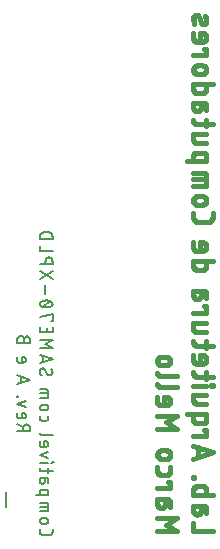
<source format=gbr>
G04 EAGLE Gerber RS-274X export*
G75*
%MOMM*%
%FSLAX34Y34*%
%LPD*%
%INSilkscreen Bottom*%
%IPPOS*%
%AMOC8*
5,1,8,0,0,1.08239X$1,22.5*%
G01*
%ADD10C,0.406400*%
%ADD11C,0.203200*%


D10*
X264678Y46482D02*
X248422Y46482D01*
X248422Y53707D01*
X254744Y63746D02*
X254744Y67810D01*
X254744Y63746D02*
X254742Y63634D01*
X254736Y63523D01*
X254726Y63412D01*
X254713Y63301D01*
X254695Y63191D01*
X254673Y63082D01*
X254648Y62973D01*
X254619Y62865D01*
X254586Y62759D01*
X254549Y62653D01*
X254509Y62549D01*
X254465Y62447D01*
X254417Y62346D01*
X254366Y62247D01*
X254311Y62149D01*
X254253Y62054D01*
X254192Y61961D01*
X254127Y61870D01*
X254059Y61781D01*
X253988Y61695D01*
X253915Y61612D01*
X253838Y61531D01*
X253758Y61452D01*
X253676Y61377D01*
X253591Y61305D01*
X253504Y61235D01*
X253414Y61169D01*
X253322Y61106D01*
X253227Y61046D01*
X253131Y60990D01*
X253033Y60937D01*
X252933Y60888D01*
X252831Y60842D01*
X252728Y60800D01*
X252623Y60761D01*
X252517Y60726D01*
X252410Y60695D01*
X252302Y60668D01*
X252193Y60644D01*
X252083Y60625D01*
X251973Y60609D01*
X251862Y60597D01*
X251750Y60589D01*
X251639Y60585D01*
X251527Y60585D01*
X251416Y60589D01*
X251304Y60597D01*
X251193Y60609D01*
X251083Y60625D01*
X250973Y60644D01*
X250864Y60668D01*
X250756Y60695D01*
X250649Y60726D01*
X250543Y60761D01*
X250438Y60800D01*
X250335Y60842D01*
X250233Y60888D01*
X250133Y60937D01*
X250035Y60990D01*
X249939Y61046D01*
X249844Y61106D01*
X249752Y61169D01*
X249662Y61235D01*
X249575Y61305D01*
X249490Y61377D01*
X249408Y61452D01*
X249328Y61531D01*
X249251Y61612D01*
X249178Y61695D01*
X249107Y61781D01*
X249039Y61870D01*
X248974Y61961D01*
X248913Y62054D01*
X248855Y62149D01*
X248800Y62247D01*
X248749Y62346D01*
X248701Y62447D01*
X248657Y62549D01*
X248617Y62653D01*
X248580Y62759D01*
X248547Y62865D01*
X248518Y62973D01*
X248493Y63082D01*
X248471Y63191D01*
X248453Y63301D01*
X248440Y63412D01*
X248430Y63523D01*
X248424Y63634D01*
X248422Y63746D01*
X248422Y67810D01*
X256550Y67810D01*
X256550Y67809D02*
X256651Y67807D01*
X256752Y67801D01*
X256853Y67792D01*
X256954Y67779D01*
X257054Y67762D01*
X257153Y67741D01*
X257251Y67717D01*
X257348Y67689D01*
X257445Y67657D01*
X257540Y67622D01*
X257633Y67583D01*
X257725Y67541D01*
X257816Y67495D01*
X257905Y67446D01*
X257991Y67394D01*
X258076Y67338D01*
X258159Y67280D01*
X258239Y67218D01*
X258317Y67153D01*
X258393Y67086D01*
X258466Y67016D01*
X258536Y66943D01*
X258603Y66867D01*
X258668Y66789D01*
X258730Y66709D01*
X258788Y66626D01*
X258844Y66541D01*
X258896Y66455D01*
X258945Y66366D01*
X258991Y66275D01*
X259033Y66183D01*
X259072Y66090D01*
X259107Y65995D01*
X259139Y65898D01*
X259167Y65801D01*
X259191Y65703D01*
X259212Y65604D01*
X259229Y65504D01*
X259242Y65403D01*
X259251Y65302D01*
X259257Y65201D01*
X259259Y65100D01*
X259259Y61488D01*
X264678Y77176D02*
X248422Y77176D01*
X248422Y81692D01*
X248424Y81796D01*
X248430Y81899D01*
X248440Y82003D01*
X248454Y82106D01*
X248472Y82208D01*
X248493Y82309D01*
X248519Y82410D01*
X248548Y82509D01*
X248581Y82608D01*
X248618Y82705D01*
X248659Y82800D01*
X248703Y82894D01*
X248751Y82986D01*
X248802Y83076D01*
X248857Y83165D01*
X248915Y83251D01*
X248977Y83334D01*
X249041Y83416D01*
X249109Y83494D01*
X249179Y83570D01*
X249252Y83644D01*
X249329Y83714D01*
X249407Y83782D01*
X249489Y83846D01*
X249572Y83908D01*
X249658Y83966D01*
X249747Y84021D01*
X249837Y84072D01*
X249929Y84120D01*
X250023Y84164D01*
X250118Y84205D01*
X250215Y84242D01*
X250314Y84275D01*
X250413Y84304D01*
X250514Y84330D01*
X250615Y84351D01*
X250717Y84369D01*
X250820Y84383D01*
X250924Y84393D01*
X251027Y84399D01*
X251131Y84401D01*
X256550Y84401D01*
X256651Y84399D01*
X256752Y84393D01*
X256853Y84384D01*
X256954Y84371D01*
X257054Y84354D01*
X257153Y84333D01*
X257251Y84309D01*
X257348Y84281D01*
X257445Y84249D01*
X257540Y84214D01*
X257633Y84175D01*
X257725Y84133D01*
X257816Y84087D01*
X257905Y84038D01*
X257991Y83986D01*
X258076Y83930D01*
X258159Y83872D01*
X258239Y83810D01*
X258317Y83745D01*
X258393Y83678D01*
X258466Y83608D01*
X258536Y83535D01*
X258603Y83459D01*
X258668Y83381D01*
X258730Y83301D01*
X258788Y83218D01*
X258844Y83133D01*
X258896Y83047D01*
X258945Y82958D01*
X258991Y82867D01*
X259033Y82775D01*
X259072Y82682D01*
X259107Y82587D01*
X259139Y82490D01*
X259167Y82393D01*
X259191Y82295D01*
X259212Y82196D01*
X259229Y82096D01*
X259242Y81995D01*
X259251Y81894D01*
X259257Y81793D01*
X259259Y81692D01*
X259259Y77176D01*
X249325Y91266D02*
X248422Y91266D01*
X249325Y91266D02*
X249325Y92169D01*
X248422Y92169D01*
X248422Y91266D01*
X248422Y107854D02*
X264678Y113273D01*
X248422Y118692D01*
X252486Y117337D02*
X252486Y109209D01*
X248422Y126721D02*
X259259Y126721D01*
X259259Y132140D01*
X257453Y132140D01*
X259259Y145292D02*
X243003Y145292D01*
X259259Y145292D02*
X259259Y140776D01*
X259257Y140675D01*
X259251Y140574D01*
X259242Y140473D01*
X259229Y140372D01*
X259212Y140272D01*
X259191Y140173D01*
X259167Y140075D01*
X259139Y139978D01*
X259107Y139881D01*
X259072Y139786D01*
X259033Y139693D01*
X258991Y139601D01*
X258945Y139510D01*
X258896Y139421D01*
X258844Y139335D01*
X258788Y139250D01*
X258730Y139167D01*
X258668Y139087D01*
X258603Y139009D01*
X258536Y138933D01*
X258466Y138860D01*
X258393Y138790D01*
X258317Y138723D01*
X258239Y138658D01*
X258159Y138596D01*
X258076Y138538D01*
X257991Y138482D01*
X257905Y138430D01*
X257816Y138381D01*
X257725Y138335D01*
X257633Y138293D01*
X257540Y138254D01*
X257445Y138219D01*
X257348Y138187D01*
X257251Y138159D01*
X257153Y138135D01*
X257054Y138114D01*
X256954Y138097D01*
X256853Y138084D01*
X256752Y138075D01*
X256651Y138069D01*
X256550Y138067D01*
X251131Y138067D01*
X251030Y138069D01*
X250929Y138075D01*
X250828Y138084D01*
X250727Y138097D01*
X250627Y138114D01*
X250528Y138135D01*
X250430Y138159D01*
X250333Y138187D01*
X250236Y138219D01*
X250141Y138254D01*
X250048Y138293D01*
X249956Y138335D01*
X249865Y138381D01*
X249777Y138430D01*
X249690Y138482D01*
X249605Y138538D01*
X249522Y138596D01*
X249442Y138658D01*
X249364Y138723D01*
X249288Y138790D01*
X249215Y138860D01*
X249145Y138933D01*
X249078Y139009D01*
X249013Y139087D01*
X248951Y139167D01*
X248893Y139250D01*
X248837Y139335D01*
X248785Y139422D01*
X248736Y139510D01*
X248690Y139601D01*
X248648Y139693D01*
X248609Y139786D01*
X248574Y139881D01*
X248542Y139978D01*
X248514Y140075D01*
X248490Y140173D01*
X248469Y140272D01*
X248452Y140372D01*
X248439Y140473D01*
X248430Y140574D01*
X248424Y140675D01*
X248422Y140776D01*
X248422Y145292D01*
X251131Y154519D02*
X259259Y154519D01*
X251131Y154519D02*
X251030Y154521D01*
X250929Y154527D01*
X250828Y154536D01*
X250727Y154549D01*
X250627Y154566D01*
X250528Y154587D01*
X250430Y154611D01*
X250333Y154639D01*
X250236Y154671D01*
X250141Y154706D01*
X250048Y154745D01*
X249956Y154787D01*
X249865Y154833D01*
X249777Y154882D01*
X249690Y154934D01*
X249605Y154990D01*
X249522Y155048D01*
X249442Y155110D01*
X249364Y155175D01*
X249288Y155242D01*
X249215Y155312D01*
X249145Y155385D01*
X249078Y155461D01*
X249013Y155539D01*
X248951Y155619D01*
X248893Y155702D01*
X248837Y155787D01*
X248785Y155874D01*
X248736Y155962D01*
X248690Y156053D01*
X248648Y156145D01*
X248609Y156238D01*
X248574Y156333D01*
X248542Y156430D01*
X248514Y156527D01*
X248490Y156625D01*
X248469Y156724D01*
X248452Y156824D01*
X248439Y156925D01*
X248430Y157026D01*
X248424Y157127D01*
X248422Y157228D01*
X248422Y161744D01*
X259259Y161744D01*
X259259Y169783D02*
X248422Y169783D01*
X263775Y169331D02*
X264678Y169331D01*
X264678Y170234D01*
X263775Y170234D01*
X263775Y169331D01*
X259259Y175588D02*
X259259Y181007D01*
X264678Y177394D02*
X251131Y177394D01*
X251131Y177395D02*
X251030Y177397D01*
X250929Y177403D01*
X250828Y177412D01*
X250727Y177425D01*
X250627Y177442D01*
X250528Y177463D01*
X250430Y177487D01*
X250333Y177515D01*
X250236Y177547D01*
X250141Y177582D01*
X250048Y177621D01*
X249956Y177663D01*
X249865Y177709D01*
X249777Y177758D01*
X249690Y177810D01*
X249605Y177866D01*
X249522Y177924D01*
X249442Y177986D01*
X249364Y178051D01*
X249288Y178118D01*
X249215Y178188D01*
X249145Y178261D01*
X249078Y178337D01*
X249013Y178415D01*
X248951Y178495D01*
X248893Y178578D01*
X248837Y178663D01*
X248785Y178750D01*
X248736Y178838D01*
X248690Y178929D01*
X248648Y179021D01*
X248609Y179114D01*
X248574Y179209D01*
X248542Y179306D01*
X248514Y179403D01*
X248490Y179501D01*
X248469Y179600D01*
X248452Y179700D01*
X248439Y179801D01*
X248430Y179902D01*
X248424Y180003D01*
X248422Y180104D01*
X248422Y181007D01*
X248422Y191017D02*
X248422Y195533D01*
X248422Y191017D02*
X248424Y190916D01*
X248430Y190815D01*
X248439Y190714D01*
X248452Y190613D01*
X248469Y190513D01*
X248490Y190414D01*
X248514Y190316D01*
X248542Y190219D01*
X248574Y190122D01*
X248609Y190027D01*
X248648Y189934D01*
X248690Y189842D01*
X248736Y189751D01*
X248785Y189663D01*
X248837Y189576D01*
X248893Y189491D01*
X248951Y189408D01*
X249013Y189328D01*
X249078Y189250D01*
X249145Y189174D01*
X249215Y189101D01*
X249288Y189031D01*
X249364Y188964D01*
X249442Y188899D01*
X249522Y188837D01*
X249605Y188779D01*
X249690Y188723D01*
X249777Y188671D01*
X249865Y188622D01*
X249956Y188576D01*
X250048Y188534D01*
X250141Y188495D01*
X250236Y188460D01*
X250333Y188428D01*
X250430Y188400D01*
X250528Y188376D01*
X250627Y188355D01*
X250727Y188338D01*
X250828Y188325D01*
X250929Y188316D01*
X251030Y188310D01*
X251131Y188308D01*
X255647Y188308D01*
X255766Y188310D01*
X255886Y188316D01*
X256005Y188326D01*
X256123Y188340D01*
X256242Y188357D01*
X256359Y188379D01*
X256476Y188404D01*
X256591Y188434D01*
X256706Y188467D01*
X256820Y188504D01*
X256932Y188544D01*
X257043Y188589D01*
X257152Y188637D01*
X257260Y188688D01*
X257366Y188743D01*
X257470Y188802D01*
X257572Y188864D01*
X257672Y188929D01*
X257770Y188998D01*
X257866Y189070D01*
X257959Y189145D01*
X258049Y189222D01*
X258137Y189303D01*
X258222Y189387D01*
X258304Y189474D01*
X258384Y189563D01*
X258460Y189655D01*
X258534Y189749D01*
X258604Y189846D01*
X258671Y189944D01*
X258735Y190045D01*
X258795Y190149D01*
X258852Y190254D01*
X258905Y190361D01*
X258955Y190469D01*
X259001Y190579D01*
X259043Y190691D01*
X259082Y190804D01*
X259117Y190918D01*
X259148Y191033D01*
X259176Y191150D01*
X259199Y191267D01*
X259219Y191384D01*
X259235Y191503D01*
X259247Y191622D01*
X259255Y191741D01*
X259259Y191860D01*
X259259Y191980D01*
X259255Y192099D01*
X259247Y192218D01*
X259235Y192337D01*
X259219Y192456D01*
X259199Y192573D01*
X259176Y192690D01*
X259148Y192807D01*
X259117Y192922D01*
X259082Y193036D01*
X259043Y193149D01*
X259001Y193261D01*
X258955Y193371D01*
X258905Y193479D01*
X258852Y193586D01*
X258795Y193691D01*
X258735Y193795D01*
X258671Y193896D01*
X258604Y193994D01*
X258534Y194091D01*
X258460Y194185D01*
X258384Y194277D01*
X258304Y194366D01*
X258222Y194453D01*
X258137Y194537D01*
X258049Y194618D01*
X257959Y194695D01*
X257866Y194770D01*
X257770Y194842D01*
X257672Y194911D01*
X257572Y194976D01*
X257470Y195038D01*
X257366Y195097D01*
X257260Y195152D01*
X257152Y195203D01*
X257043Y195251D01*
X256932Y195296D01*
X256820Y195336D01*
X256706Y195373D01*
X256591Y195406D01*
X256476Y195436D01*
X256359Y195461D01*
X256242Y195483D01*
X256123Y195500D01*
X256005Y195514D01*
X255886Y195524D01*
X255766Y195530D01*
X255647Y195532D01*
X255647Y195533D02*
X253841Y195533D01*
X253841Y188308D01*
X259259Y201804D02*
X259259Y207222D01*
X264678Y203610D02*
X251131Y203610D01*
X251030Y203612D01*
X250929Y203618D01*
X250828Y203627D01*
X250727Y203640D01*
X250627Y203657D01*
X250528Y203678D01*
X250430Y203702D01*
X250333Y203730D01*
X250236Y203762D01*
X250141Y203797D01*
X250048Y203836D01*
X249956Y203878D01*
X249865Y203924D01*
X249777Y203973D01*
X249690Y204025D01*
X249605Y204081D01*
X249522Y204139D01*
X249442Y204201D01*
X249364Y204266D01*
X249288Y204333D01*
X249215Y204403D01*
X249145Y204476D01*
X249078Y204552D01*
X249013Y204630D01*
X248951Y204710D01*
X248893Y204793D01*
X248837Y204878D01*
X248785Y204965D01*
X248736Y205053D01*
X248690Y205144D01*
X248648Y205236D01*
X248609Y205329D01*
X248574Y205424D01*
X248542Y205521D01*
X248514Y205618D01*
X248490Y205716D01*
X248469Y205815D01*
X248452Y205915D01*
X248439Y206016D01*
X248430Y206117D01*
X248424Y206218D01*
X248422Y206319D01*
X248422Y207222D01*
X251131Y215106D02*
X259259Y215106D01*
X251131Y215107D02*
X251030Y215109D01*
X250929Y215115D01*
X250828Y215124D01*
X250727Y215137D01*
X250627Y215154D01*
X250528Y215175D01*
X250430Y215199D01*
X250333Y215227D01*
X250236Y215259D01*
X250141Y215294D01*
X250048Y215333D01*
X249956Y215375D01*
X249865Y215421D01*
X249777Y215470D01*
X249690Y215522D01*
X249605Y215578D01*
X249522Y215636D01*
X249442Y215698D01*
X249364Y215763D01*
X249288Y215830D01*
X249215Y215900D01*
X249145Y215973D01*
X249078Y216049D01*
X249013Y216127D01*
X248951Y216207D01*
X248893Y216290D01*
X248837Y216375D01*
X248785Y216462D01*
X248736Y216550D01*
X248690Y216641D01*
X248648Y216733D01*
X248609Y216826D01*
X248574Y216921D01*
X248542Y217018D01*
X248514Y217115D01*
X248490Y217213D01*
X248469Y217312D01*
X248452Y217412D01*
X248439Y217513D01*
X248430Y217614D01*
X248424Y217715D01*
X248422Y217816D01*
X248422Y222331D01*
X259259Y222331D01*
X259259Y231584D02*
X248422Y231584D01*
X259259Y231584D02*
X259259Y237003D01*
X257453Y237003D01*
X254744Y246091D02*
X254744Y250155D01*
X254744Y246091D02*
X254742Y245979D01*
X254736Y245868D01*
X254726Y245757D01*
X254713Y245646D01*
X254695Y245536D01*
X254673Y245427D01*
X254648Y245318D01*
X254619Y245210D01*
X254586Y245104D01*
X254549Y244998D01*
X254509Y244894D01*
X254465Y244792D01*
X254417Y244691D01*
X254366Y244592D01*
X254311Y244494D01*
X254253Y244399D01*
X254192Y244306D01*
X254127Y244215D01*
X254059Y244126D01*
X253988Y244040D01*
X253915Y243957D01*
X253838Y243876D01*
X253758Y243797D01*
X253676Y243722D01*
X253591Y243650D01*
X253504Y243580D01*
X253414Y243514D01*
X253322Y243451D01*
X253227Y243391D01*
X253131Y243335D01*
X253033Y243282D01*
X252933Y243233D01*
X252831Y243187D01*
X252728Y243145D01*
X252623Y243106D01*
X252517Y243071D01*
X252410Y243040D01*
X252302Y243013D01*
X252193Y242989D01*
X252083Y242970D01*
X251973Y242954D01*
X251862Y242942D01*
X251750Y242934D01*
X251639Y242930D01*
X251527Y242930D01*
X251416Y242934D01*
X251304Y242942D01*
X251193Y242954D01*
X251083Y242970D01*
X250973Y242989D01*
X250864Y243013D01*
X250756Y243040D01*
X250649Y243071D01*
X250543Y243106D01*
X250438Y243145D01*
X250335Y243187D01*
X250233Y243233D01*
X250133Y243282D01*
X250035Y243335D01*
X249939Y243391D01*
X249844Y243451D01*
X249752Y243514D01*
X249662Y243580D01*
X249575Y243650D01*
X249490Y243722D01*
X249408Y243797D01*
X249328Y243876D01*
X249251Y243957D01*
X249178Y244040D01*
X249107Y244126D01*
X249039Y244215D01*
X248974Y244306D01*
X248913Y244399D01*
X248855Y244494D01*
X248800Y244592D01*
X248749Y244691D01*
X248701Y244792D01*
X248657Y244894D01*
X248617Y244998D01*
X248580Y245104D01*
X248547Y245210D01*
X248518Y245318D01*
X248493Y245427D01*
X248471Y245536D01*
X248453Y245646D01*
X248440Y245757D01*
X248430Y245868D01*
X248424Y245979D01*
X248422Y246091D01*
X248422Y250155D01*
X256550Y250155D01*
X256651Y250153D01*
X256752Y250147D01*
X256853Y250138D01*
X256954Y250125D01*
X257054Y250108D01*
X257153Y250087D01*
X257251Y250063D01*
X257348Y250035D01*
X257445Y250003D01*
X257540Y249968D01*
X257633Y249929D01*
X257725Y249887D01*
X257816Y249841D01*
X257905Y249792D01*
X257991Y249740D01*
X258076Y249684D01*
X258159Y249626D01*
X258239Y249564D01*
X258317Y249499D01*
X258393Y249432D01*
X258466Y249362D01*
X258536Y249289D01*
X258603Y249213D01*
X258668Y249135D01*
X258730Y249055D01*
X258788Y248972D01*
X258844Y248887D01*
X258896Y248801D01*
X258945Y248712D01*
X258991Y248621D01*
X259033Y248529D01*
X259072Y248436D01*
X259107Y248341D01*
X259139Y248244D01*
X259167Y248147D01*
X259191Y248049D01*
X259212Y247950D01*
X259229Y247850D01*
X259242Y247749D01*
X259251Y247648D01*
X259257Y247547D01*
X259259Y247446D01*
X259259Y243833D01*
X264678Y275206D02*
X248422Y275206D01*
X248422Y270690D01*
X248424Y270589D01*
X248430Y270488D01*
X248439Y270387D01*
X248452Y270286D01*
X248469Y270186D01*
X248490Y270087D01*
X248514Y269989D01*
X248542Y269892D01*
X248574Y269795D01*
X248609Y269700D01*
X248648Y269607D01*
X248690Y269515D01*
X248736Y269424D01*
X248785Y269336D01*
X248837Y269249D01*
X248893Y269164D01*
X248951Y269081D01*
X249013Y269001D01*
X249078Y268923D01*
X249145Y268847D01*
X249215Y268774D01*
X249288Y268704D01*
X249364Y268637D01*
X249442Y268572D01*
X249522Y268510D01*
X249605Y268452D01*
X249690Y268396D01*
X249777Y268344D01*
X249865Y268295D01*
X249956Y268249D01*
X250048Y268207D01*
X250141Y268168D01*
X250236Y268133D01*
X250333Y268101D01*
X250430Y268073D01*
X250528Y268049D01*
X250627Y268028D01*
X250727Y268011D01*
X250828Y267998D01*
X250929Y267989D01*
X251030Y267983D01*
X251131Y267981D01*
X256550Y267981D01*
X256651Y267983D01*
X256752Y267989D01*
X256853Y267998D01*
X256954Y268011D01*
X257054Y268028D01*
X257153Y268049D01*
X257251Y268073D01*
X257348Y268101D01*
X257445Y268133D01*
X257540Y268168D01*
X257633Y268207D01*
X257725Y268249D01*
X257816Y268295D01*
X257905Y268344D01*
X257991Y268396D01*
X258076Y268452D01*
X258159Y268510D01*
X258239Y268572D01*
X258317Y268637D01*
X258393Y268704D01*
X258466Y268774D01*
X258536Y268847D01*
X258603Y268923D01*
X258668Y269001D01*
X258730Y269081D01*
X258788Y269164D01*
X258844Y269249D01*
X258896Y269336D01*
X258945Y269424D01*
X258991Y269515D01*
X259033Y269607D01*
X259072Y269700D01*
X259107Y269795D01*
X259139Y269892D01*
X259167Y269989D01*
X259191Y270087D01*
X259212Y270186D01*
X259229Y270286D01*
X259242Y270387D01*
X259251Y270488D01*
X259257Y270589D01*
X259259Y270690D01*
X259259Y275206D01*
X248422Y286559D02*
X248422Y291075D01*
X248422Y286559D02*
X248424Y286458D01*
X248430Y286357D01*
X248439Y286256D01*
X248452Y286155D01*
X248469Y286055D01*
X248490Y285956D01*
X248514Y285858D01*
X248542Y285761D01*
X248574Y285664D01*
X248609Y285569D01*
X248648Y285476D01*
X248690Y285384D01*
X248736Y285293D01*
X248785Y285205D01*
X248837Y285118D01*
X248893Y285033D01*
X248951Y284950D01*
X249013Y284870D01*
X249078Y284792D01*
X249145Y284716D01*
X249215Y284643D01*
X249288Y284573D01*
X249364Y284506D01*
X249442Y284441D01*
X249522Y284379D01*
X249605Y284321D01*
X249690Y284265D01*
X249777Y284213D01*
X249865Y284164D01*
X249956Y284118D01*
X250048Y284076D01*
X250141Y284037D01*
X250236Y284002D01*
X250333Y283970D01*
X250430Y283942D01*
X250528Y283918D01*
X250627Y283897D01*
X250727Y283880D01*
X250828Y283867D01*
X250929Y283858D01*
X251030Y283852D01*
X251131Y283850D01*
X255647Y283850D01*
X255766Y283852D01*
X255886Y283858D01*
X256005Y283868D01*
X256123Y283882D01*
X256242Y283899D01*
X256359Y283921D01*
X256476Y283946D01*
X256591Y283976D01*
X256706Y284009D01*
X256820Y284046D01*
X256932Y284086D01*
X257043Y284131D01*
X257152Y284179D01*
X257260Y284230D01*
X257366Y284285D01*
X257470Y284344D01*
X257572Y284406D01*
X257672Y284471D01*
X257770Y284540D01*
X257866Y284612D01*
X257959Y284687D01*
X258049Y284764D01*
X258137Y284845D01*
X258222Y284929D01*
X258304Y285016D01*
X258384Y285105D01*
X258460Y285197D01*
X258534Y285291D01*
X258604Y285388D01*
X258671Y285486D01*
X258735Y285587D01*
X258795Y285691D01*
X258852Y285796D01*
X258905Y285903D01*
X258955Y286011D01*
X259001Y286121D01*
X259043Y286233D01*
X259082Y286346D01*
X259117Y286460D01*
X259148Y286575D01*
X259176Y286692D01*
X259199Y286809D01*
X259219Y286926D01*
X259235Y287045D01*
X259247Y287164D01*
X259255Y287283D01*
X259259Y287402D01*
X259259Y287522D01*
X259255Y287641D01*
X259247Y287760D01*
X259235Y287879D01*
X259219Y287998D01*
X259199Y288115D01*
X259176Y288232D01*
X259148Y288349D01*
X259117Y288464D01*
X259082Y288578D01*
X259043Y288691D01*
X259001Y288803D01*
X258955Y288913D01*
X258905Y289021D01*
X258852Y289128D01*
X258795Y289233D01*
X258735Y289337D01*
X258671Y289438D01*
X258604Y289536D01*
X258534Y289633D01*
X258460Y289727D01*
X258384Y289819D01*
X258304Y289908D01*
X258222Y289995D01*
X258137Y290079D01*
X258049Y290160D01*
X257959Y290237D01*
X257866Y290312D01*
X257770Y290384D01*
X257672Y290453D01*
X257572Y290518D01*
X257470Y290580D01*
X257366Y290639D01*
X257260Y290694D01*
X257152Y290745D01*
X257043Y290793D01*
X256932Y290838D01*
X256820Y290878D01*
X256706Y290915D01*
X256591Y290948D01*
X256476Y290978D01*
X256359Y291003D01*
X256242Y291025D01*
X256123Y291042D01*
X256005Y291056D01*
X255886Y291066D01*
X255766Y291072D01*
X255647Y291074D01*
X255647Y291075D02*
X253841Y291075D01*
X253841Y283850D01*
X248422Y312120D02*
X248422Y315733D01*
X248422Y312120D02*
X248424Y312002D01*
X248430Y311884D01*
X248439Y311766D01*
X248453Y311649D01*
X248470Y311532D01*
X248491Y311415D01*
X248516Y311300D01*
X248545Y311185D01*
X248578Y311071D01*
X248614Y310959D01*
X248654Y310848D01*
X248697Y310738D01*
X248744Y310629D01*
X248794Y310522D01*
X248849Y310417D01*
X248906Y310314D01*
X248967Y310213D01*
X249031Y310113D01*
X249098Y310016D01*
X249168Y309921D01*
X249242Y309829D01*
X249318Y309738D01*
X249398Y309651D01*
X249480Y309566D01*
X249565Y309484D01*
X249652Y309404D01*
X249743Y309328D01*
X249835Y309254D01*
X249930Y309184D01*
X250027Y309117D01*
X250127Y309053D01*
X250228Y308992D01*
X250331Y308935D01*
X250436Y308880D01*
X250543Y308830D01*
X250652Y308783D01*
X250762Y308740D01*
X250873Y308700D01*
X250985Y308664D01*
X251099Y308631D01*
X251214Y308602D01*
X251329Y308577D01*
X251446Y308556D01*
X251563Y308539D01*
X251680Y308525D01*
X251798Y308516D01*
X251916Y308510D01*
X252034Y308508D01*
X261066Y308508D01*
X261066Y308509D02*
X261184Y308511D01*
X261302Y308517D01*
X261420Y308526D01*
X261537Y308540D01*
X261654Y308557D01*
X261771Y308578D01*
X261886Y308603D01*
X262001Y308632D01*
X262115Y308665D01*
X262227Y308701D01*
X262338Y308741D01*
X262448Y308784D01*
X262557Y308831D01*
X262664Y308881D01*
X262769Y308935D01*
X262872Y308993D01*
X262973Y309054D01*
X263073Y309118D01*
X263170Y309185D01*
X263265Y309255D01*
X263357Y309329D01*
X263448Y309405D01*
X263535Y309485D01*
X263620Y309567D01*
X263702Y309652D01*
X263782Y309739D01*
X263858Y309830D01*
X263932Y309922D01*
X264002Y310017D01*
X264069Y310114D01*
X264133Y310214D01*
X264194Y310315D01*
X264251Y310418D01*
X264305Y310523D01*
X264356Y310630D01*
X264403Y310739D01*
X264446Y310849D01*
X264486Y310960D01*
X264522Y311072D01*
X264555Y311186D01*
X264584Y311301D01*
X264609Y311416D01*
X264630Y311533D01*
X264647Y311650D01*
X264661Y311767D01*
X264670Y311885D01*
X264676Y312003D01*
X264678Y312121D01*
X264678Y312120D02*
X264678Y315733D01*
X255647Y322882D02*
X252034Y322882D01*
X255647Y322883D02*
X255766Y322885D01*
X255886Y322891D01*
X256005Y322901D01*
X256123Y322915D01*
X256242Y322932D01*
X256359Y322954D01*
X256476Y322979D01*
X256591Y323009D01*
X256706Y323042D01*
X256820Y323079D01*
X256932Y323119D01*
X257043Y323164D01*
X257152Y323212D01*
X257260Y323263D01*
X257366Y323318D01*
X257470Y323377D01*
X257572Y323439D01*
X257672Y323504D01*
X257770Y323573D01*
X257866Y323645D01*
X257959Y323720D01*
X258049Y323797D01*
X258137Y323878D01*
X258222Y323962D01*
X258304Y324049D01*
X258384Y324138D01*
X258460Y324230D01*
X258534Y324324D01*
X258604Y324421D01*
X258671Y324519D01*
X258735Y324620D01*
X258795Y324724D01*
X258852Y324829D01*
X258905Y324936D01*
X258955Y325044D01*
X259001Y325154D01*
X259043Y325266D01*
X259082Y325379D01*
X259117Y325493D01*
X259148Y325608D01*
X259176Y325725D01*
X259199Y325842D01*
X259219Y325959D01*
X259235Y326078D01*
X259247Y326197D01*
X259255Y326316D01*
X259259Y326435D01*
X259259Y326555D01*
X259255Y326674D01*
X259247Y326793D01*
X259235Y326912D01*
X259219Y327031D01*
X259199Y327148D01*
X259176Y327265D01*
X259148Y327382D01*
X259117Y327497D01*
X259082Y327611D01*
X259043Y327724D01*
X259001Y327836D01*
X258955Y327946D01*
X258905Y328054D01*
X258852Y328161D01*
X258795Y328266D01*
X258735Y328370D01*
X258671Y328471D01*
X258604Y328569D01*
X258534Y328666D01*
X258460Y328760D01*
X258384Y328852D01*
X258304Y328941D01*
X258222Y329028D01*
X258137Y329112D01*
X258049Y329193D01*
X257959Y329270D01*
X257866Y329345D01*
X257770Y329417D01*
X257672Y329486D01*
X257572Y329551D01*
X257470Y329613D01*
X257366Y329672D01*
X257260Y329727D01*
X257152Y329778D01*
X257043Y329826D01*
X256932Y329871D01*
X256820Y329911D01*
X256706Y329948D01*
X256591Y329981D01*
X256476Y330011D01*
X256359Y330036D01*
X256242Y330058D01*
X256123Y330075D01*
X256005Y330089D01*
X255886Y330099D01*
X255766Y330105D01*
X255647Y330107D01*
X252034Y330107D01*
X251915Y330105D01*
X251795Y330099D01*
X251676Y330089D01*
X251558Y330075D01*
X251439Y330058D01*
X251322Y330036D01*
X251205Y330011D01*
X251090Y329981D01*
X250975Y329948D01*
X250861Y329911D01*
X250749Y329871D01*
X250638Y329826D01*
X250529Y329778D01*
X250421Y329727D01*
X250315Y329672D01*
X250211Y329613D01*
X250109Y329551D01*
X250009Y329486D01*
X249911Y329417D01*
X249815Y329345D01*
X249722Y329270D01*
X249632Y329193D01*
X249544Y329112D01*
X249459Y329028D01*
X249377Y328941D01*
X249297Y328852D01*
X249221Y328760D01*
X249147Y328666D01*
X249077Y328569D01*
X249010Y328471D01*
X248946Y328370D01*
X248886Y328266D01*
X248829Y328161D01*
X248776Y328054D01*
X248726Y327946D01*
X248680Y327836D01*
X248638Y327724D01*
X248599Y327611D01*
X248564Y327497D01*
X248533Y327382D01*
X248505Y327265D01*
X248482Y327148D01*
X248462Y327031D01*
X248446Y326912D01*
X248434Y326793D01*
X248426Y326674D01*
X248422Y326555D01*
X248422Y326435D01*
X248426Y326316D01*
X248434Y326197D01*
X248446Y326078D01*
X248462Y325959D01*
X248482Y325842D01*
X248505Y325725D01*
X248533Y325608D01*
X248564Y325493D01*
X248599Y325379D01*
X248638Y325266D01*
X248680Y325154D01*
X248726Y325044D01*
X248776Y324936D01*
X248829Y324829D01*
X248886Y324724D01*
X248946Y324620D01*
X249010Y324519D01*
X249077Y324421D01*
X249147Y324324D01*
X249221Y324230D01*
X249297Y324138D01*
X249377Y324049D01*
X249459Y323962D01*
X249544Y323878D01*
X249632Y323797D01*
X249722Y323720D01*
X249815Y323645D01*
X249911Y323573D01*
X250009Y323504D01*
X250109Y323439D01*
X250211Y323377D01*
X250315Y323318D01*
X250421Y323263D01*
X250529Y323212D01*
X250638Y323164D01*
X250749Y323119D01*
X250861Y323079D01*
X250975Y323042D01*
X251090Y323009D01*
X251205Y322979D01*
X251322Y322954D01*
X251439Y322932D01*
X251558Y322915D01*
X251676Y322901D01*
X251795Y322891D01*
X251915Y322885D01*
X252034Y322883D01*
X248422Y339136D02*
X259259Y339136D01*
X259259Y347264D01*
X259257Y347365D01*
X259251Y347466D01*
X259242Y347567D01*
X259229Y347668D01*
X259212Y347768D01*
X259191Y347867D01*
X259167Y347965D01*
X259139Y348062D01*
X259107Y348159D01*
X259072Y348254D01*
X259033Y348347D01*
X258991Y348439D01*
X258945Y348530D01*
X258896Y348619D01*
X258844Y348705D01*
X258788Y348790D01*
X258730Y348873D01*
X258668Y348953D01*
X258603Y349031D01*
X258536Y349107D01*
X258466Y349180D01*
X258393Y349250D01*
X258317Y349317D01*
X258239Y349382D01*
X258159Y349444D01*
X258076Y349502D01*
X257991Y349558D01*
X257905Y349610D01*
X257816Y349659D01*
X257725Y349705D01*
X257633Y349747D01*
X257540Y349786D01*
X257445Y349821D01*
X257348Y349853D01*
X257251Y349881D01*
X257153Y349905D01*
X257054Y349926D01*
X256954Y349943D01*
X256853Y349956D01*
X256752Y349965D01*
X256651Y349971D01*
X256550Y349973D01*
X248422Y349973D01*
X248422Y344554D02*
X259259Y344554D01*
X259259Y359724D02*
X243003Y359724D01*
X259259Y359724D02*
X259259Y364239D01*
X259257Y364340D01*
X259251Y364441D01*
X259242Y364542D01*
X259229Y364643D01*
X259212Y364743D01*
X259191Y364842D01*
X259167Y364940D01*
X259139Y365037D01*
X259107Y365134D01*
X259072Y365229D01*
X259033Y365322D01*
X258991Y365414D01*
X258945Y365505D01*
X258896Y365594D01*
X258844Y365680D01*
X258788Y365765D01*
X258730Y365848D01*
X258668Y365928D01*
X258603Y366006D01*
X258536Y366082D01*
X258466Y366155D01*
X258393Y366225D01*
X258317Y366292D01*
X258239Y366357D01*
X258159Y366419D01*
X258076Y366477D01*
X257991Y366533D01*
X257905Y366585D01*
X257816Y366634D01*
X257725Y366680D01*
X257633Y366722D01*
X257540Y366761D01*
X257445Y366796D01*
X257348Y366828D01*
X257251Y366856D01*
X257153Y366880D01*
X257054Y366901D01*
X256954Y366918D01*
X256853Y366931D01*
X256752Y366940D01*
X256651Y366946D01*
X256550Y366948D01*
X256550Y366949D02*
X251131Y366949D01*
X251131Y366948D02*
X251030Y366946D01*
X250929Y366940D01*
X250828Y366931D01*
X250727Y366918D01*
X250627Y366901D01*
X250528Y366880D01*
X250430Y366856D01*
X250333Y366828D01*
X250236Y366796D01*
X250141Y366761D01*
X250048Y366722D01*
X249956Y366680D01*
X249865Y366634D01*
X249777Y366585D01*
X249690Y366533D01*
X249605Y366477D01*
X249522Y366419D01*
X249442Y366357D01*
X249364Y366292D01*
X249288Y366225D01*
X249215Y366155D01*
X249145Y366082D01*
X249078Y366006D01*
X249013Y365928D01*
X248951Y365848D01*
X248893Y365765D01*
X248837Y365680D01*
X248785Y365594D01*
X248736Y365505D01*
X248690Y365414D01*
X248648Y365322D01*
X248609Y365229D01*
X248574Y365134D01*
X248542Y365037D01*
X248514Y364940D01*
X248490Y364842D01*
X248469Y364743D01*
X248452Y364643D01*
X248439Y364542D01*
X248430Y364441D01*
X248424Y364340D01*
X248422Y364239D01*
X248422Y359724D01*
X251131Y375314D02*
X259259Y375314D01*
X251131Y375314D02*
X251030Y375316D01*
X250929Y375322D01*
X250828Y375331D01*
X250727Y375344D01*
X250627Y375361D01*
X250528Y375382D01*
X250430Y375406D01*
X250333Y375434D01*
X250236Y375466D01*
X250141Y375501D01*
X250048Y375540D01*
X249956Y375582D01*
X249865Y375628D01*
X249777Y375677D01*
X249690Y375729D01*
X249605Y375785D01*
X249522Y375843D01*
X249442Y375905D01*
X249364Y375970D01*
X249288Y376037D01*
X249215Y376107D01*
X249145Y376180D01*
X249078Y376256D01*
X249013Y376334D01*
X248951Y376414D01*
X248893Y376497D01*
X248837Y376582D01*
X248785Y376669D01*
X248736Y376757D01*
X248690Y376848D01*
X248648Y376940D01*
X248609Y377033D01*
X248574Y377128D01*
X248542Y377225D01*
X248514Y377322D01*
X248490Y377420D01*
X248469Y377519D01*
X248452Y377619D01*
X248439Y377720D01*
X248430Y377821D01*
X248424Y377922D01*
X248422Y378023D01*
X248422Y382539D01*
X259259Y382539D01*
X259259Y389392D02*
X259259Y394811D01*
X264678Y391198D02*
X251131Y391198D01*
X251131Y391199D02*
X251030Y391201D01*
X250929Y391207D01*
X250828Y391216D01*
X250727Y391229D01*
X250627Y391246D01*
X250528Y391267D01*
X250430Y391291D01*
X250333Y391319D01*
X250236Y391351D01*
X250141Y391386D01*
X250048Y391425D01*
X249956Y391467D01*
X249865Y391513D01*
X249777Y391562D01*
X249690Y391614D01*
X249605Y391670D01*
X249522Y391728D01*
X249442Y391790D01*
X249364Y391855D01*
X249288Y391922D01*
X249215Y391992D01*
X249145Y392065D01*
X249078Y392141D01*
X249013Y392219D01*
X248951Y392299D01*
X248893Y392382D01*
X248837Y392467D01*
X248785Y392554D01*
X248736Y392642D01*
X248690Y392733D01*
X248648Y392825D01*
X248609Y392918D01*
X248574Y393013D01*
X248542Y393110D01*
X248514Y393207D01*
X248490Y393305D01*
X248469Y393404D01*
X248452Y393504D01*
X248439Y393605D01*
X248430Y393706D01*
X248424Y393807D01*
X248422Y393908D01*
X248422Y394811D01*
X254744Y405133D02*
X254744Y409197D01*
X254744Y405133D02*
X254742Y405021D01*
X254736Y404910D01*
X254726Y404799D01*
X254713Y404688D01*
X254695Y404578D01*
X254673Y404469D01*
X254648Y404360D01*
X254619Y404252D01*
X254586Y404146D01*
X254549Y404040D01*
X254509Y403936D01*
X254465Y403834D01*
X254417Y403733D01*
X254366Y403634D01*
X254311Y403536D01*
X254253Y403441D01*
X254192Y403348D01*
X254127Y403257D01*
X254059Y403168D01*
X253988Y403082D01*
X253915Y402999D01*
X253838Y402918D01*
X253758Y402839D01*
X253676Y402764D01*
X253591Y402692D01*
X253504Y402622D01*
X253414Y402556D01*
X253322Y402493D01*
X253227Y402433D01*
X253131Y402377D01*
X253033Y402324D01*
X252933Y402275D01*
X252831Y402229D01*
X252728Y402187D01*
X252623Y402148D01*
X252517Y402113D01*
X252410Y402082D01*
X252302Y402055D01*
X252193Y402031D01*
X252083Y402012D01*
X251973Y401996D01*
X251862Y401984D01*
X251750Y401976D01*
X251639Y401972D01*
X251527Y401972D01*
X251416Y401976D01*
X251304Y401984D01*
X251193Y401996D01*
X251083Y402012D01*
X250973Y402031D01*
X250864Y402055D01*
X250756Y402082D01*
X250649Y402113D01*
X250543Y402148D01*
X250438Y402187D01*
X250335Y402229D01*
X250233Y402275D01*
X250133Y402324D01*
X250035Y402377D01*
X249939Y402433D01*
X249844Y402493D01*
X249752Y402556D01*
X249662Y402622D01*
X249575Y402692D01*
X249490Y402764D01*
X249408Y402839D01*
X249328Y402918D01*
X249251Y402999D01*
X249178Y403082D01*
X249107Y403168D01*
X249039Y403257D01*
X248974Y403348D01*
X248913Y403441D01*
X248855Y403536D01*
X248800Y403634D01*
X248749Y403733D01*
X248701Y403834D01*
X248657Y403936D01*
X248617Y404040D01*
X248580Y404146D01*
X248547Y404252D01*
X248518Y404360D01*
X248493Y404469D01*
X248471Y404578D01*
X248453Y404688D01*
X248440Y404799D01*
X248430Y404910D01*
X248424Y405021D01*
X248422Y405133D01*
X248422Y409197D01*
X256550Y409197D01*
X256651Y409195D01*
X256752Y409189D01*
X256853Y409180D01*
X256954Y409167D01*
X257054Y409150D01*
X257153Y409129D01*
X257251Y409105D01*
X257348Y409077D01*
X257445Y409045D01*
X257540Y409010D01*
X257633Y408971D01*
X257725Y408929D01*
X257816Y408883D01*
X257905Y408834D01*
X257991Y408782D01*
X258076Y408726D01*
X258159Y408668D01*
X258239Y408606D01*
X258317Y408541D01*
X258393Y408474D01*
X258466Y408404D01*
X258536Y408331D01*
X258603Y408255D01*
X258668Y408177D01*
X258730Y408097D01*
X258788Y408014D01*
X258844Y407929D01*
X258896Y407843D01*
X258945Y407754D01*
X258991Y407663D01*
X259033Y407571D01*
X259072Y407478D01*
X259107Y407383D01*
X259139Y407286D01*
X259167Y407189D01*
X259191Y407091D01*
X259212Y406992D01*
X259229Y406892D01*
X259242Y406791D01*
X259251Y406690D01*
X259257Y406589D01*
X259259Y406488D01*
X259259Y402876D01*
X264678Y424927D02*
X248422Y424927D01*
X248422Y420411D01*
X248424Y420310D01*
X248430Y420209D01*
X248439Y420108D01*
X248452Y420007D01*
X248469Y419907D01*
X248490Y419808D01*
X248514Y419710D01*
X248542Y419613D01*
X248574Y419516D01*
X248609Y419421D01*
X248648Y419328D01*
X248690Y419236D01*
X248736Y419145D01*
X248785Y419057D01*
X248837Y418970D01*
X248893Y418885D01*
X248951Y418802D01*
X249013Y418722D01*
X249078Y418644D01*
X249145Y418568D01*
X249215Y418495D01*
X249288Y418425D01*
X249364Y418358D01*
X249442Y418293D01*
X249522Y418231D01*
X249605Y418173D01*
X249690Y418117D01*
X249777Y418065D01*
X249865Y418016D01*
X249956Y417970D01*
X250048Y417928D01*
X250141Y417889D01*
X250236Y417854D01*
X250333Y417822D01*
X250430Y417794D01*
X250528Y417770D01*
X250627Y417749D01*
X250727Y417732D01*
X250828Y417719D01*
X250929Y417710D01*
X251030Y417704D01*
X251131Y417702D01*
X256550Y417702D01*
X256651Y417704D01*
X256752Y417710D01*
X256853Y417719D01*
X256954Y417732D01*
X257054Y417749D01*
X257153Y417770D01*
X257251Y417794D01*
X257348Y417822D01*
X257445Y417854D01*
X257540Y417889D01*
X257633Y417928D01*
X257725Y417970D01*
X257816Y418016D01*
X257905Y418065D01*
X257991Y418117D01*
X258076Y418173D01*
X258159Y418231D01*
X258239Y418293D01*
X258317Y418358D01*
X258393Y418425D01*
X258466Y418495D01*
X258536Y418568D01*
X258603Y418644D01*
X258668Y418722D01*
X258730Y418802D01*
X258788Y418885D01*
X258844Y418970D01*
X258896Y419057D01*
X258945Y419145D01*
X258991Y419236D01*
X259033Y419328D01*
X259072Y419421D01*
X259107Y419516D01*
X259139Y419613D01*
X259167Y419710D01*
X259191Y419808D01*
X259212Y419907D01*
X259229Y420007D01*
X259242Y420108D01*
X259251Y420209D01*
X259257Y420310D01*
X259259Y420411D01*
X259259Y424927D01*
X255647Y433571D02*
X252034Y433571D01*
X255647Y433571D02*
X255766Y433573D01*
X255886Y433579D01*
X256005Y433589D01*
X256123Y433603D01*
X256242Y433620D01*
X256359Y433642D01*
X256476Y433667D01*
X256591Y433697D01*
X256706Y433730D01*
X256820Y433767D01*
X256932Y433807D01*
X257043Y433852D01*
X257152Y433900D01*
X257260Y433951D01*
X257366Y434006D01*
X257470Y434065D01*
X257572Y434127D01*
X257672Y434192D01*
X257770Y434261D01*
X257866Y434333D01*
X257959Y434408D01*
X258049Y434485D01*
X258137Y434566D01*
X258222Y434650D01*
X258304Y434737D01*
X258384Y434826D01*
X258460Y434918D01*
X258534Y435012D01*
X258604Y435109D01*
X258671Y435207D01*
X258735Y435308D01*
X258795Y435412D01*
X258852Y435517D01*
X258905Y435624D01*
X258955Y435732D01*
X259001Y435842D01*
X259043Y435954D01*
X259082Y436067D01*
X259117Y436181D01*
X259148Y436296D01*
X259176Y436413D01*
X259199Y436530D01*
X259219Y436647D01*
X259235Y436766D01*
X259247Y436885D01*
X259255Y437004D01*
X259259Y437123D01*
X259259Y437243D01*
X259255Y437362D01*
X259247Y437481D01*
X259235Y437600D01*
X259219Y437719D01*
X259199Y437836D01*
X259176Y437953D01*
X259148Y438070D01*
X259117Y438185D01*
X259082Y438299D01*
X259043Y438412D01*
X259001Y438524D01*
X258955Y438634D01*
X258905Y438742D01*
X258852Y438849D01*
X258795Y438954D01*
X258735Y439058D01*
X258671Y439159D01*
X258604Y439257D01*
X258534Y439354D01*
X258460Y439448D01*
X258384Y439540D01*
X258304Y439629D01*
X258222Y439716D01*
X258137Y439800D01*
X258049Y439881D01*
X257959Y439958D01*
X257866Y440033D01*
X257770Y440105D01*
X257672Y440174D01*
X257572Y440239D01*
X257470Y440301D01*
X257366Y440360D01*
X257260Y440415D01*
X257152Y440466D01*
X257043Y440514D01*
X256932Y440559D01*
X256820Y440599D01*
X256706Y440636D01*
X256591Y440669D01*
X256476Y440699D01*
X256359Y440724D01*
X256242Y440746D01*
X256123Y440763D01*
X256005Y440777D01*
X255886Y440787D01*
X255766Y440793D01*
X255647Y440795D01*
X255647Y440796D02*
X252034Y440796D01*
X252034Y440795D02*
X251915Y440793D01*
X251795Y440787D01*
X251676Y440777D01*
X251558Y440763D01*
X251439Y440746D01*
X251322Y440724D01*
X251205Y440699D01*
X251090Y440669D01*
X250975Y440636D01*
X250861Y440599D01*
X250749Y440559D01*
X250638Y440514D01*
X250529Y440466D01*
X250421Y440415D01*
X250315Y440360D01*
X250211Y440301D01*
X250109Y440239D01*
X250009Y440174D01*
X249911Y440105D01*
X249815Y440033D01*
X249722Y439958D01*
X249632Y439881D01*
X249544Y439800D01*
X249459Y439716D01*
X249377Y439629D01*
X249297Y439540D01*
X249221Y439448D01*
X249147Y439354D01*
X249077Y439257D01*
X249010Y439159D01*
X248946Y439058D01*
X248886Y438954D01*
X248829Y438849D01*
X248776Y438742D01*
X248726Y438634D01*
X248680Y438524D01*
X248638Y438412D01*
X248599Y438299D01*
X248564Y438185D01*
X248533Y438070D01*
X248505Y437953D01*
X248482Y437836D01*
X248462Y437719D01*
X248446Y437600D01*
X248434Y437481D01*
X248426Y437362D01*
X248422Y437243D01*
X248422Y437123D01*
X248426Y437004D01*
X248434Y436885D01*
X248446Y436766D01*
X248462Y436647D01*
X248482Y436530D01*
X248505Y436413D01*
X248533Y436296D01*
X248564Y436181D01*
X248599Y436067D01*
X248638Y435954D01*
X248680Y435842D01*
X248726Y435732D01*
X248776Y435624D01*
X248829Y435517D01*
X248886Y435412D01*
X248946Y435308D01*
X249010Y435207D01*
X249077Y435109D01*
X249147Y435012D01*
X249221Y434918D01*
X249297Y434826D01*
X249377Y434737D01*
X249459Y434650D01*
X249544Y434566D01*
X249632Y434485D01*
X249722Y434408D01*
X249815Y434333D01*
X249911Y434261D01*
X250009Y434192D01*
X250109Y434127D01*
X250211Y434065D01*
X250315Y434006D01*
X250421Y433951D01*
X250529Y433900D01*
X250638Y433852D01*
X250749Y433807D01*
X250861Y433767D01*
X250975Y433730D01*
X251090Y433697D01*
X251205Y433667D01*
X251322Y433642D01*
X251439Y433620D01*
X251558Y433603D01*
X251676Y433589D01*
X251795Y433579D01*
X251915Y433573D01*
X252034Y433571D01*
X248422Y449466D02*
X259259Y449466D01*
X259259Y454885D01*
X257453Y454885D01*
X248422Y463661D02*
X248422Y468177D01*
X248422Y463661D02*
X248424Y463560D01*
X248430Y463459D01*
X248439Y463358D01*
X248452Y463257D01*
X248469Y463157D01*
X248490Y463058D01*
X248514Y462960D01*
X248542Y462863D01*
X248574Y462766D01*
X248609Y462671D01*
X248648Y462578D01*
X248690Y462486D01*
X248736Y462395D01*
X248785Y462307D01*
X248837Y462220D01*
X248893Y462135D01*
X248951Y462052D01*
X249013Y461972D01*
X249078Y461894D01*
X249145Y461818D01*
X249215Y461745D01*
X249288Y461675D01*
X249364Y461608D01*
X249442Y461543D01*
X249522Y461481D01*
X249605Y461423D01*
X249690Y461367D01*
X249777Y461315D01*
X249865Y461266D01*
X249956Y461220D01*
X250048Y461178D01*
X250141Y461139D01*
X250236Y461104D01*
X250333Y461072D01*
X250430Y461044D01*
X250528Y461020D01*
X250627Y460999D01*
X250727Y460982D01*
X250828Y460969D01*
X250929Y460960D01*
X251030Y460954D01*
X251131Y460952D01*
X255647Y460952D01*
X255766Y460954D01*
X255886Y460960D01*
X256005Y460970D01*
X256123Y460984D01*
X256242Y461001D01*
X256359Y461023D01*
X256476Y461048D01*
X256591Y461078D01*
X256706Y461111D01*
X256820Y461148D01*
X256932Y461188D01*
X257043Y461233D01*
X257152Y461281D01*
X257260Y461332D01*
X257366Y461387D01*
X257470Y461446D01*
X257572Y461508D01*
X257672Y461573D01*
X257770Y461642D01*
X257866Y461714D01*
X257959Y461789D01*
X258049Y461866D01*
X258137Y461947D01*
X258222Y462031D01*
X258304Y462118D01*
X258384Y462207D01*
X258460Y462299D01*
X258534Y462393D01*
X258604Y462490D01*
X258671Y462588D01*
X258735Y462689D01*
X258795Y462793D01*
X258852Y462898D01*
X258905Y463005D01*
X258955Y463113D01*
X259001Y463223D01*
X259043Y463335D01*
X259082Y463448D01*
X259117Y463562D01*
X259148Y463677D01*
X259176Y463794D01*
X259199Y463911D01*
X259219Y464028D01*
X259235Y464147D01*
X259247Y464266D01*
X259255Y464385D01*
X259259Y464504D01*
X259259Y464624D01*
X259255Y464743D01*
X259247Y464862D01*
X259235Y464981D01*
X259219Y465100D01*
X259199Y465217D01*
X259176Y465334D01*
X259148Y465451D01*
X259117Y465566D01*
X259082Y465680D01*
X259043Y465793D01*
X259001Y465905D01*
X258955Y466015D01*
X258905Y466123D01*
X258852Y466230D01*
X258795Y466335D01*
X258735Y466439D01*
X258671Y466540D01*
X258604Y466638D01*
X258534Y466735D01*
X258460Y466829D01*
X258384Y466921D01*
X258304Y467010D01*
X258222Y467097D01*
X258137Y467181D01*
X258049Y467262D01*
X257959Y467339D01*
X257866Y467414D01*
X257770Y467486D01*
X257672Y467555D01*
X257572Y467620D01*
X257470Y467682D01*
X257366Y467741D01*
X257260Y467796D01*
X257152Y467847D01*
X257043Y467895D01*
X256932Y467940D01*
X256820Y467980D01*
X256706Y468017D01*
X256591Y468050D01*
X256476Y468080D01*
X256359Y468105D01*
X256242Y468127D01*
X256123Y468144D01*
X256005Y468158D01*
X255886Y468168D01*
X255766Y468174D01*
X255647Y468176D01*
X255647Y468177D02*
X253841Y468177D01*
X253841Y460952D01*
X254744Y477453D02*
X252938Y481969D01*
X254744Y477453D02*
X254781Y477365D01*
X254822Y477279D01*
X254866Y477194D01*
X254914Y477111D01*
X254965Y477031D01*
X255019Y476952D01*
X255077Y476876D01*
X255137Y476802D01*
X255201Y476730D01*
X255267Y476662D01*
X255337Y476596D01*
X255408Y476533D01*
X255483Y476472D01*
X255559Y476415D01*
X255638Y476362D01*
X255719Y476311D01*
X255802Y476264D01*
X255887Y476220D01*
X255974Y476180D01*
X256062Y476143D01*
X256152Y476110D01*
X256243Y476080D01*
X256335Y476055D01*
X256428Y476033D01*
X256522Y476015D01*
X256616Y476000D01*
X256711Y475990D01*
X256807Y475984D01*
X256902Y475981D01*
X256998Y475982D01*
X257093Y475988D01*
X257189Y475997D01*
X257283Y476010D01*
X257377Y476026D01*
X257471Y476047D01*
X257563Y476072D01*
X257654Y476100D01*
X257744Y476132D01*
X257833Y476167D01*
X257920Y476206D01*
X258006Y476249D01*
X258090Y476295D01*
X258171Y476345D01*
X258251Y476397D01*
X258329Y476453D01*
X258404Y476513D01*
X258476Y476575D01*
X258546Y476640D01*
X258614Y476708D01*
X258678Y476778D01*
X258740Y476851D01*
X258798Y476927D01*
X258854Y477005D01*
X258906Y477085D01*
X258955Y477167D01*
X259000Y477251D01*
X259042Y477337D01*
X259081Y477424D01*
X259116Y477513D01*
X259147Y477604D01*
X259174Y477695D01*
X259198Y477788D01*
X259218Y477881D01*
X259234Y477975D01*
X259246Y478070D01*
X259255Y478165D01*
X259259Y478261D01*
X259260Y478356D01*
X259253Y478603D01*
X259241Y478849D01*
X259223Y479095D01*
X259198Y479341D01*
X259168Y479585D01*
X259132Y479829D01*
X259091Y480072D01*
X259043Y480314D01*
X258989Y480555D01*
X258930Y480794D01*
X258865Y481032D01*
X258794Y481268D01*
X258718Y481503D01*
X258636Y481736D01*
X258548Y481966D01*
X258455Y482194D01*
X258357Y482421D01*
X252937Y481969D02*
X252900Y482057D01*
X252859Y482143D01*
X252815Y482228D01*
X252767Y482311D01*
X252716Y482391D01*
X252662Y482470D01*
X252604Y482546D01*
X252544Y482620D01*
X252480Y482692D01*
X252414Y482760D01*
X252344Y482826D01*
X252273Y482889D01*
X252198Y482950D01*
X252122Y483007D01*
X252043Y483060D01*
X251962Y483111D01*
X251879Y483158D01*
X251794Y483202D01*
X251707Y483242D01*
X251619Y483279D01*
X251529Y483312D01*
X251438Y483342D01*
X251346Y483367D01*
X251253Y483389D01*
X251159Y483407D01*
X251065Y483422D01*
X250970Y483432D01*
X250874Y483438D01*
X250779Y483441D01*
X250683Y483440D01*
X250588Y483434D01*
X250492Y483425D01*
X250398Y483412D01*
X250304Y483396D01*
X250210Y483375D01*
X250118Y483350D01*
X250027Y483322D01*
X249937Y483290D01*
X249848Y483255D01*
X249761Y483216D01*
X249675Y483173D01*
X249591Y483127D01*
X249510Y483077D01*
X249430Y483025D01*
X249352Y482969D01*
X249277Y482909D01*
X249205Y482847D01*
X249135Y482782D01*
X249067Y482714D01*
X249003Y482644D01*
X248941Y482571D01*
X248883Y482495D01*
X248827Y482417D01*
X248775Y482337D01*
X248726Y482255D01*
X248681Y482171D01*
X248639Y482085D01*
X248600Y481998D01*
X248565Y481909D01*
X248534Y481818D01*
X248507Y481727D01*
X248483Y481634D01*
X248463Y481541D01*
X248447Y481447D01*
X248435Y481352D01*
X248426Y481257D01*
X248422Y481161D01*
X248421Y481066D01*
X248422Y481066D02*
X248431Y480704D01*
X248449Y480342D01*
X248476Y479981D01*
X248511Y479621D01*
X248554Y479261D01*
X248606Y478902D01*
X248667Y478545D01*
X248736Y478190D01*
X248813Y477836D01*
X248899Y477484D01*
X248993Y477134D01*
X249096Y476786D01*
X249206Y476441D01*
X249325Y476099D01*
X234198Y46482D02*
X217942Y46482D01*
X225167Y51901D02*
X234198Y46482D01*
X225167Y51901D02*
X234198Y57319D01*
X217942Y57319D01*
X224264Y69369D02*
X224264Y73433D01*
X224264Y69369D02*
X224262Y69257D01*
X224256Y69146D01*
X224246Y69035D01*
X224233Y68924D01*
X224215Y68814D01*
X224193Y68705D01*
X224168Y68596D01*
X224139Y68488D01*
X224106Y68382D01*
X224069Y68276D01*
X224029Y68172D01*
X223985Y68070D01*
X223937Y67969D01*
X223886Y67870D01*
X223831Y67772D01*
X223773Y67677D01*
X223712Y67584D01*
X223647Y67493D01*
X223579Y67404D01*
X223508Y67318D01*
X223435Y67235D01*
X223358Y67154D01*
X223278Y67075D01*
X223196Y67000D01*
X223111Y66928D01*
X223024Y66858D01*
X222934Y66792D01*
X222842Y66729D01*
X222747Y66669D01*
X222651Y66613D01*
X222553Y66560D01*
X222453Y66511D01*
X222351Y66465D01*
X222248Y66423D01*
X222143Y66384D01*
X222037Y66349D01*
X221930Y66318D01*
X221822Y66291D01*
X221713Y66267D01*
X221603Y66248D01*
X221493Y66232D01*
X221382Y66220D01*
X221270Y66212D01*
X221159Y66208D01*
X221047Y66208D01*
X220936Y66212D01*
X220824Y66220D01*
X220713Y66232D01*
X220603Y66248D01*
X220493Y66267D01*
X220384Y66291D01*
X220276Y66318D01*
X220169Y66349D01*
X220063Y66384D01*
X219958Y66423D01*
X219855Y66465D01*
X219753Y66511D01*
X219653Y66560D01*
X219555Y66613D01*
X219459Y66669D01*
X219364Y66729D01*
X219272Y66792D01*
X219182Y66858D01*
X219095Y66928D01*
X219010Y67000D01*
X218928Y67075D01*
X218848Y67154D01*
X218771Y67235D01*
X218698Y67318D01*
X218627Y67404D01*
X218559Y67493D01*
X218494Y67584D01*
X218433Y67677D01*
X218375Y67772D01*
X218320Y67870D01*
X218269Y67969D01*
X218221Y68070D01*
X218177Y68172D01*
X218137Y68276D01*
X218100Y68382D01*
X218067Y68488D01*
X218038Y68596D01*
X218013Y68705D01*
X217991Y68814D01*
X217973Y68924D01*
X217960Y69035D01*
X217950Y69146D01*
X217944Y69257D01*
X217942Y69369D01*
X217942Y73433D01*
X226070Y73433D01*
X226171Y73431D01*
X226272Y73425D01*
X226373Y73416D01*
X226474Y73403D01*
X226574Y73386D01*
X226673Y73365D01*
X226771Y73341D01*
X226868Y73313D01*
X226965Y73281D01*
X227060Y73246D01*
X227153Y73207D01*
X227245Y73165D01*
X227336Y73119D01*
X227425Y73070D01*
X227511Y73018D01*
X227596Y72962D01*
X227679Y72904D01*
X227759Y72842D01*
X227837Y72777D01*
X227913Y72710D01*
X227986Y72640D01*
X228056Y72567D01*
X228123Y72491D01*
X228188Y72413D01*
X228250Y72333D01*
X228308Y72250D01*
X228364Y72165D01*
X228416Y72079D01*
X228465Y71990D01*
X228511Y71899D01*
X228553Y71807D01*
X228592Y71714D01*
X228627Y71619D01*
X228659Y71522D01*
X228687Y71425D01*
X228711Y71327D01*
X228732Y71228D01*
X228749Y71128D01*
X228762Y71027D01*
X228771Y70926D01*
X228777Y70825D01*
X228779Y70724D01*
X228779Y67112D01*
X228779Y82826D02*
X217942Y82826D01*
X228779Y82826D02*
X228779Y88245D01*
X226973Y88245D01*
X217942Y97056D02*
X217942Y100669D01*
X217942Y97056D02*
X217944Y96955D01*
X217950Y96854D01*
X217959Y96753D01*
X217972Y96652D01*
X217989Y96552D01*
X218010Y96453D01*
X218034Y96355D01*
X218062Y96258D01*
X218094Y96161D01*
X218129Y96066D01*
X218168Y95973D01*
X218210Y95881D01*
X218256Y95790D01*
X218305Y95702D01*
X218357Y95615D01*
X218413Y95530D01*
X218471Y95447D01*
X218533Y95367D01*
X218598Y95289D01*
X218665Y95213D01*
X218735Y95140D01*
X218808Y95070D01*
X218884Y95003D01*
X218962Y94938D01*
X219042Y94876D01*
X219125Y94818D01*
X219210Y94762D01*
X219297Y94710D01*
X219385Y94661D01*
X219476Y94615D01*
X219568Y94573D01*
X219661Y94534D01*
X219756Y94499D01*
X219853Y94467D01*
X219950Y94439D01*
X220048Y94415D01*
X220147Y94394D01*
X220247Y94377D01*
X220348Y94364D01*
X220449Y94355D01*
X220550Y94349D01*
X220651Y94347D01*
X226070Y94347D01*
X226171Y94349D01*
X226272Y94355D01*
X226373Y94364D01*
X226474Y94377D01*
X226574Y94394D01*
X226673Y94415D01*
X226771Y94439D01*
X226868Y94467D01*
X226965Y94499D01*
X227060Y94534D01*
X227153Y94573D01*
X227245Y94615D01*
X227336Y94661D01*
X227425Y94710D01*
X227511Y94762D01*
X227596Y94818D01*
X227679Y94876D01*
X227759Y94938D01*
X227837Y95003D01*
X227913Y95070D01*
X227986Y95140D01*
X228056Y95213D01*
X228123Y95289D01*
X228188Y95367D01*
X228250Y95447D01*
X228308Y95530D01*
X228364Y95615D01*
X228416Y95701D01*
X228465Y95790D01*
X228511Y95881D01*
X228553Y95973D01*
X228592Y96066D01*
X228627Y96161D01*
X228659Y96258D01*
X228687Y96355D01*
X228711Y96453D01*
X228732Y96552D01*
X228749Y96652D01*
X228762Y96753D01*
X228771Y96854D01*
X228777Y96955D01*
X228779Y97056D01*
X228779Y100669D01*
X225167Y107711D02*
X221554Y107711D01*
X225167Y107711D02*
X225286Y107713D01*
X225406Y107719D01*
X225525Y107729D01*
X225643Y107743D01*
X225762Y107760D01*
X225879Y107782D01*
X225996Y107807D01*
X226111Y107837D01*
X226226Y107870D01*
X226340Y107907D01*
X226452Y107947D01*
X226563Y107992D01*
X226672Y108040D01*
X226780Y108091D01*
X226886Y108146D01*
X226990Y108205D01*
X227092Y108267D01*
X227192Y108332D01*
X227290Y108401D01*
X227386Y108473D01*
X227479Y108548D01*
X227569Y108625D01*
X227657Y108706D01*
X227742Y108790D01*
X227824Y108877D01*
X227904Y108966D01*
X227980Y109058D01*
X228054Y109152D01*
X228124Y109249D01*
X228191Y109347D01*
X228255Y109448D01*
X228315Y109552D01*
X228372Y109657D01*
X228425Y109764D01*
X228475Y109872D01*
X228521Y109982D01*
X228563Y110094D01*
X228602Y110207D01*
X228637Y110321D01*
X228668Y110436D01*
X228696Y110553D01*
X228719Y110670D01*
X228739Y110787D01*
X228755Y110906D01*
X228767Y111025D01*
X228775Y111144D01*
X228779Y111263D01*
X228779Y111383D01*
X228775Y111502D01*
X228767Y111621D01*
X228755Y111740D01*
X228739Y111859D01*
X228719Y111976D01*
X228696Y112093D01*
X228668Y112210D01*
X228637Y112325D01*
X228602Y112439D01*
X228563Y112552D01*
X228521Y112664D01*
X228475Y112774D01*
X228425Y112882D01*
X228372Y112989D01*
X228315Y113094D01*
X228255Y113198D01*
X228191Y113299D01*
X228124Y113397D01*
X228054Y113494D01*
X227980Y113588D01*
X227904Y113680D01*
X227824Y113769D01*
X227742Y113856D01*
X227657Y113940D01*
X227569Y114021D01*
X227479Y114098D01*
X227386Y114173D01*
X227290Y114245D01*
X227192Y114314D01*
X227092Y114379D01*
X226990Y114441D01*
X226886Y114500D01*
X226780Y114555D01*
X226672Y114606D01*
X226563Y114654D01*
X226452Y114699D01*
X226340Y114739D01*
X226226Y114776D01*
X226111Y114809D01*
X225996Y114839D01*
X225879Y114864D01*
X225762Y114886D01*
X225643Y114903D01*
X225525Y114917D01*
X225406Y114927D01*
X225286Y114933D01*
X225167Y114935D01*
X225167Y114936D02*
X221554Y114936D01*
X221554Y114935D02*
X221435Y114933D01*
X221315Y114927D01*
X221196Y114917D01*
X221078Y114903D01*
X220959Y114886D01*
X220842Y114864D01*
X220725Y114839D01*
X220610Y114809D01*
X220495Y114776D01*
X220381Y114739D01*
X220269Y114699D01*
X220158Y114654D01*
X220049Y114606D01*
X219941Y114555D01*
X219835Y114500D01*
X219731Y114441D01*
X219629Y114379D01*
X219529Y114314D01*
X219431Y114245D01*
X219335Y114173D01*
X219242Y114098D01*
X219152Y114021D01*
X219064Y113940D01*
X218979Y113856D01*
X218897Y113769D01*
X218817Y113680D01*
X218741Y113588D01*
X218667Y113494D01*
X218597Y113397D01*
X218530Y113299D01*
X218466Y113198D01*
X218406Y113094D01*
X218349Y112989D01*
X218296Y112882D01*
X218246Y112774D01*
X218200Y112664D01*
X218158Y112552D01*
X218119Y112439D01*
X218084Y112325D01*
X218053Y112210D01*
X218025Y112093D01*
X218002Y111976D01*
X217982Y111859D01*
X217966Y111740D01*
X217954Y111621D01*
X217946Y111502D01*
X217942Y111383D01*
X217942Y111263D01*
X217946Y111144D01*
X217954Y111025D01*
X217966Y110906D01*
X217982Y110787D01*
X218002Y110670D01*
X218025Y110553D01*
X218053Y110436D01*
X218084Y110321D01*
X218119Y110207D01*
X218158Y110094D01*
X218200Y109982D01*
X218246Y109872D01*
X218296Y109764D01*
X218349Y109657D01*
X218406Y109552D01*
X218466Y109448D01*
X218530Y109347D01*
X218597Y109249D01*
X218667Y109152D01*
X218741Y109058D01*
X218817Y108966D01*
X218897Y108877D01*
X218979Y108790D01*
X219064Y108706D01*
X219152Y108625D01*
X219242Y108548D01*
X219335Y108473D01*
X219431Y108401D01*
X219529Y108332D01*
X219629Y108267D01*
X219731Y108205D01*
X219835Y108146D01*
X219941Y108091D01*
X220049Y108040D01*
X220158Y107992D01*
X220269Y107947D01*
X220381Y107907D01*
X220495Y107870D01*
X220610Y107837D01*
X220725Y107807D01*
X220842Y107782D01*
X220959Y107760D01*
X221078Y107743D01*
X221196Y107729D01*
X221315Y107719D01*
X221435Y107713D01*
X221554Y107711D01*
X217942Y133285D02*
X234198Y133285D01*
X225167Y138704D01*
X234198Y144123D01*
X217942Y144123D01*
X217942Y155861D02*
X217942Y160376D01*
X217942Y155861D02*
X217944Y155760D01*
X217950Y155659D01*
X217959Y155558D01*
X217972Y155457D01*
X217989Y155357D01*
X218010Y155258D01*
X218034Y155160D01*
X218062Y155063D01*
X218094Y154966D01*
X218129Y154871D01*
X218168Y154778D01*
X218210Y154686D01*
X218256Y154595D01*
X218305Y154507D01*
X218357Y154420D01*
X218413Y154335D01*
X218471Y154252D01*
X218533Y154172D01*
X218598Y154094D01*
X218665Y154018D01*
X218735Y153945D01*
X218808Y153875D01*
X218884Y153808D01*
X218962Y153743D01*
X219042Y153681D01*
X219125Y153623D01*
X219210Y153567D01*
X219297Y153515D01*
X219385Y153466D01*
X219476Y153420D01*
X219568Y153378D01*
X219661Y153339D01*
X219756Y153304D01*
X219853Y153272D01*
X219950Y153244D01*
X220048Y153220D01*
X220147Y153199D01*
X220247Y153182D01*
X220348Y153169D01*
X220449Y153160D01*
X220550Y153154D01*
X220651Y153152D01*
X220651Y153151D02*
X225167Y153151D01*
X225167Y153152D02*
X225286Y153154D01*
X225406Y153160D01*
X225525Y153170D01*
X225643Y153184D01*
X225762Y153201D01*
X225879Y153223D01*
X225996Y153248D01*
X226111Y153278D01*
X226226Y153311D01*
X226340Y153348D01*
X226452Y153388D01*
X226563Y153433D01*
X226672Y153481D01*
X226780Y153532D01*
X226886Y153587D01*
X226990Y153646D01*
X227092Y153708D01*
X227192Y153773D01*
X227290Y153842D01*
X227386Y153914D01*
X227479Y153989D01*
X227569Y154066D01*
X227657Y154147D01*
X227742Y154231D01*
X227824Y154318D01*
X227904Y154407D01*
X227980Y154499D01*
X228054Y154593D01*
X228124Y154690D01*
X228191Y154788D01*
X228255Y154889D01*
X228315Y154993D01*
X228372Y155098D01*
X228425Y155205D01*
X228475Y155313D01*
X228521Y155423D01*
X228563Y155535D01*
X228602Y155648D01*
X228637Y155762D01*
X228668Y155877D01*
X228696Y155994D01*
X228719Y156111D01*
X228739Y156228D01*
X228755Y156347D01*
X228767Y156466D01*
X228775Y156585D01*
X228779Y156704D01*
X228779Y156824D01*
X228775Y156943D01*
X228767Y157062D01*
X228755Y157181D01*
X228739Y157300D01*
X228719Y157417D01*
X228696Y157534D01*
X228668Y157651D01*
X228637Y157766D01*
X228602Y157880D01*
X228563Y157993D01*
X228521Y158105D01*
X228475Y158215D01*
X228425Y158323D01*
X228372Y158430D01*
X228315Y158535D01*
X228255Y158639D01*
X228191Y158740D01*
X228124Y158838D01*
X228054Y158935D01*
X227980Y159029D01*
X227904Y159121D01*
X227824Y159210D01*
X227742Y159297D01*
X227657Y159381D01*
X227569Y159462D01*
X227479Y159539D01*
X227386Y159614D01*
X227290Y159686D01*
X227192Y159755D01*
X227092Y159820D01*
X226990Y159882D01*
X226886Y159941D01*
X226780Y159996D01*
X226672Y160047D01*
X226563Y160095D01*
X226452Y160140D01*
X226340Y160180D01*
X226226Y160217D01*
X226111Y160250D01*
X225996Y160280D01*
X225879Y160305D01*
X225762Y160327D01*
X225643Y160344D01*
X225525Y160358D01*
X225406Y160368D01*
X225286Y160374D01*
X225167Y160376D01*
X223361Y160376D01*
X223361Y153151D01*
X220651Y168346D02*
X234198Y168346D01*
X220651Y168347D02*
X220550Y168349D01*
X220449Y168355D01*
X220348Y168364D01*
X220247Y168377D01*
X220147Y168394D01*
X220048Y168415D01*
X219950Y168439D01*
X219853Y168467D01*
X219756Y168499D01*
X219661Y168534D01*
X219568Y168573D01*
X219476Y168615D01*
X219385Y168661D01*
X219297Y168710D01*
X219210Y168762D01*
X219125Y168818D01*
X219042Y168876D01*
X218962Y168938D01*
X218884Y169003D01*
X218808Y169070D01*
X218735Y169140D01*
X218665Y169213D01*
X218598Y169289D01*
X218533Y169367D01*
X218471Y169447D01*
X218413Y169530D01*
X218357Y169615D01*
X218305Y169702D01*
X218256Y169790D01*
X218210Y169881D01*
X218168Y169973D01*
X218129Y170066D01*
X218094Y170161D01*
X218062Y170258D01*
X218034Y170355D01*
X218010Y170453D01*
X217989Y170552D01*
X217972Y170652D01*
X217959Y170753D01*
X217950Y170854D01*
X217944Y170955D01*
X217942Y171056D01*
X220651Y177668D02*
X234198Y177668D01*
X220651Y177668D02*
X220550Y177670D01*
X220449Y177676D01*
X220348Y177685D01*
X220247Y177698D01*
X220147Y177715D01*
X220048Y177736D01*
X219950Y177760D01*
X219853Y177788D01*
X219756Y177820D01*
X219661Y177855D01*
X219568Y177894D01*
X219476Y177936D01*
X219385Y177982D01*
X219297Y178031D01*
X219210Y178083D01*
X219125Y178139D01*
X219042Y178197D01*
X218962Y178259D01*
X218884Y178324D01*
X218808Y178391D01*
X218735Y178461D01*
X218665Y178534D01*
X218598Y178610D01*
X218533Y178688D01*
X218471Y178768D01*
X218413Y178851D01*
X218357Y178936D01*
X218305Y179023D01*
X218256Y179111D01*
X218210Y179202D01*
X218168Y179294D01*
X218129Y179387D01*
X218094Y179482D01*
X218062Y179579D01*
X218034Y179676D01*
X218010Y179774D01*
X217989Y179873D01*
X217972Y179973D01*
X217959Y180074D01*
X217950Y180175D01*
X217944Y180276D01*
X217942Y180377D01*
X221554Y186941D02*
X225167Y186941D01*
X225286Y186943D01*
X225406Y186949D01*
X225525Y186959D01*
X225643Y186973D01*
X225762Y186990D01*
X225879Y187012D01*
X225996Y187037D01*
X226111Y187067D01*
X226226Y187100D01*
X226340Y187137D01*
X226452Y187177D01*
X226563Y187222D01*
X226672Y187270D01*
X226780Y187321D01*
X226886Y187376D01*
X226990Y187435D01*
X227092Y187497D01*
X227192Y187562D01*
X227290Y187631D01*
X227386Y187703D01*
X227479Y187778D01*
X227569Y187855D01*
X227657Y187936D01*
X227742Y188020D01*
X227824Y188107D01*
X227904Y188196D01*
X227980Y188288D01*
X228054Y188382D01*
X228124Y188479D01*
X228191Y188577D01*
X228255Y188678D01*
X228315Y188782D01*
X228372Y188887D01*
X228425Y188994D01*
X228475Y189102D01*
X228521Y189212D01*
X228563Y189324D01*
X228602Y189437D01*
X228637Y189551D01*
X228668Y189666D01*
X228696Y189783D01*
X228719Y189900D01*
X228739Y190017D01*
X228755Y190136D01*
X228767Y190255D01*
X228775Y190374D01*
X228779Y190493D01*
X228779Y190613D01*
X228775Y190732D01*
X228767Y190851D01*
X228755Y190970D01*
X228739Y191089D01*
X228719Y191206D01*
X228696Y191323D01*
X228668Y191440D01*
X228637Y191555D01*
X228602Y191669D01*
X228563Y191782D01*
X228521Y191894D01*
X228475Y192004D01*
X228425Y192112D01*
X228372Y192219D01*
X228315Y192324D01*
X228255Y192428D01*
X228191Y192529D01*
X228124Y192627D01*
X228054Y192724D01*
X227980Y192818D01*
X227904Y192910D01*
X227824Y192999D01*
X227742Y193086D01*
X227657Y193170D01*
X227569Y193251D01*
X227479Y193328D01*
X227386Y193403D01*
X227290Y193475D01*
X227192Y193544D01*
X227092Y193609D01*
X226990Y193671D01*
X226886Y193730D01*
X226780Y193785D01*
X226672Y193836D01*
X226563Y193884D01*
X226452Y193929D01*
X226340Y193969D01*
X226226Y194006D01*
X226111Y194039D01*
X225996Y194069D01*
X225879Y194094D01*
X225762Y194116D01*
X225643Y194133D01*
X225525Y194147D01*
X225406Y194157D01*
X225286Y194163D01*
X225167Y194165D01*
X221554Y194165D01*
X221435Y194163D01*
X221315Y194157D01*
X221196Y194147D01*
X221078Y194133D01*
X220959Y194116D01*
X220842Y194094D01*
X220725Y194069D01*
X220610Y194039D01*
X220495Y194006D01*
X220381Y193969D01*
X220269Y193929D01*
X220158Y193884D01*
X220049Y193836D01*
X219941Y193785D01*
X219835Y193730D01*
X219731Y193671D01*
X219629Y193609D01*
X219529Y193544D01*
X219431Y193475D01*
X219335Y193403D01*
X219242Y193328D01*
X219152Y193251D01*
X219064Y193170D01*
X218979Y193086D01*
X218897Y192999D01*
X218817Y192910D01*
X218741Y192818D01*
X218667Y192724D01*
X218597Y192627D01*
X218530Y192529D01*
X218466Y192428D01*
X218406Y192324D01*
X218349Y192219D01*
X218296Y192112D01*
X218246Y192004D01*
X218200Y191894D01*
X218158Y191782D01*
X218119Y191669D01*
X218084Y191555D01*
X218053Y191440D01*
X218025Y191323D01*
X218002Y191206D01*
X217982Y191089D01*
X217966Y190970D01*
X217954Y190851D01*
X217946Y190732D01*
X217942Y190613D01*
X217942Y190493D01*
X217946Y190374D01*
X217954Y190255D01*
X217966Y190136D01*
X217982Y190017D01*
X218002Y189900D01*
X218025Y189783D01*
X218053Y189666D01*
X218084Y189551D01*
X218119Y189437D01*
X218158Y189324D01*
X218200Y189212D01*
X218246Y189102D01*
X218296Y188994D01*
X218349Y188887D01*
X218406Y188782D01*
X218466Y188678D01*
X218530Y188577D01*
X218597Y188479D01*
X218667Y188382D01*
X218741Y188288D01*
X218817Y188196D01*
X218897Y188107D01*
X218979Y188020D01*
X219064Y187936D01*
X219152Y187855D01*
X219242Y187778D01*
X219335Y187703D01*
X219431Y187631D01*
X219529Y187562D01*
X219629Y187497D01*
X219731Y187435D01*
X219835Y187376D01*
X219941Y187321D01*
X220049Y187270D01*
X220158Y187222D01*
X220269Y187177D01*
X220381Y187137D01*
X220495Y187100D01*
X220610Y187067D01*
X220725Y187037D01*
X220842Y187012D01*
X220959Y186990D01*
X221078Y186973D01*
X221196Y186959D01*
X221315Y186949D01*
X221435Y186943D01*
X221554Y186941D01*
D11*
X118491Y48235D02*
X118491Y45865D01*
X118493Y45770D01*
X118499Y45674D01*
X118508Y45579D01*
X118522Y45485D01*
X118539Y45391D01*
X118560Y45298D01*
X118585Y45205D01*
X118613Y45114D01*
X118645Y45024D01*
X118681Y44936D01*
X118720Y44849D01*
X118763Y44763D01*
X118809Y44680D01*
X118858Y44598D01*
X118911Y44518D01*
X118967Y44441D01*
X119025Y44365D01*
X119087Y44293D01*
X119152Y44223D01*
X119220Y44155D01*
X119290Y44090D01*
X119362Y44028D01*
X119438Y43970D01*
X119515Y43914D01*
X119595Y43861D01*
X119676Y43812D01*
X119760Y43766D01*
X119846Y43723D01*
X119933Y43684D01*
X120021Y43648D01*
X120111Y43616D01*
X120202Y43588D01*
X120295Y43563D01*
X120388Y43542D01*
X120482Y43525D01*
X120576Y43511D01*
X120671Y43502D01*
X120767Y43496D01*
X120862Y43494D01*
X126788Y43494D01*
X126883Y43496D01*
X126979Y43502D01*
X127074Y43511D01*
X127168Y43525D01*
X127262Y43542D01*
X127355Y43563D01*
X127448Y43588D01*
X127539Y43616D01*
X127629Y43648D01*
X127717Y43684D01*
X127804Y43723D01*
X127890Y43766D01*
X127973Y43812D01*
X128055Y43861D01*
X128135Y43914D01*
X128212Y43970D01*
X128288Y44028D01*
X128360Y44090D01*
X128430Y44155D01*
X128498Y44223D01*
X128563Y44293D01*
X128625Y44365D01*
X128683Y44441D01*
X128739Y44518D01*
X128792Y44598D01*
X128841Y44679D01*
X128887Y44763D01*
X128930Y44849D01*
X128969Y44936D01*
X129005Y45024D01*
X129037Y45114D01*
X129065Y45205D01*
X129090Y45298D01*
X129111Y45391D01*
X129128Y45485D01*
X129142Y45579D01*
X129151Y45674D01*
X129157Y45769D01*
X129159Y45865D01*
X129159Y48235D01*
X123232Y52899D02*
X120862Y52899D01*
X123232Y52899D02*
X123329Y52901D01*
X123425Y52907D01*
X123521Y52917D01*
X123617Y52931D01*
X123712Y52948D01*
X123807Y52970D01*
X123900Y52995D01*
X123992Y53024D01*
X124083Y53057D01*
X124173Y53094D01*
X124261Y53134D01*
X124347Y53178D01*
X124431Y53225D01*
X124514Y53275D01*
X124594Y53329D01*
X124672Y53387D01*
X124748Y53447D01*
X124821Y53510D01*
X124891Y53576D01*
X124959Y53646D01*
X125024Y53717D01*
X125086Y53792D01*
X125144Y53869D01*
X125200Y53948D01*
X125252Y54029D01*
X125301Y54113D01*
X125347Y54198D01*
X125389Y54285D01*
X125427Y54374D01*
X125462Y54464D01*
X125493Y54556D01*
X125520Y54649D01*
X125544Y54742D01*
X125563Y54837D01*
X125579Y54933D01*
X125591Y55029D01*
X125599Y55125D01*
X125603Y55222D01*
X125603Y55318D01*
X125599Y55415D01*
X125591Y55511D01*
X125579Y55607D01*
X125563Y55703D01*
X125544Y55798D01*
X125520Y55891D01*
X125493Y55984D01*
X125462Y56076D01*
X125427Y56166D01*
X125389Y56255D01*
X125347Y56342D01*
X125301Y56427D01*
X125252Y56511D01*
X125200Y56592D01*
X125144Y56671D01*
X125086Y56748D01*
X125024Y56823D01*
X124959Y56894D01*
X124891Y56964D01*
X124821Y57030D01*
X124748Y57093D01*
X124672Y57153D01*
X124594Y57211D01*
X124514Y57265D01*
X124431Y57315D01*
X124347Y57362D01*
X124261Y57406D01*
X124173Y57446D01*
X124083Y57483D01*
X123992Y57516D01*
X123900Y57545D01*
X123807Y57570D01*
X123712Y57592D01*
X123617Y57609D01*
X123521Y57623D01*
X123425Y57633D01*
X123329Y57639D01*
X123232Y57641D01*
X120862Y57641D01*
X120765Y57639D01*
X120669Y57633D01*
X120573Y57623D01*
X120477Y57609D01*
X120382Y57592D01*
X120287Y57570D01*
X120194Y57545D01*
X120102Y57516D01*
X120011Y57483D01*
X119921Y57446D01*
X119833Y57406D01*
X119747Y57362D01*
X119663Y57315D01*
X119580Y57265D01*
X119500Y57211D01*
X119422Y57153D01*
X119346Y57093D01*
X119273Y57030D01*
X119203Y56964D01*
X119135Y56894D01*
X119070Y56823D01*
X119008Y56748D01*
X118950Y56671D01*
X118894Y56592D01*
X118842Y56511D01*
X118793Y56427D01*
X118747Y56342D01*
X118705Y56255D01*
X118667Y56166D01*
X118632Y56076D01*
X118601Y55984D01*
X118574Y55891D01*
X118550Y55798D01*
X118531Y55703D01*
X118515Y55607D01*
X118503Y55511D01*
X118495Y55415D01*
X118491Y55318D01*
X118491Y55222D01*
X118495Y55125D01*
X118503Y55029D01*
X118515Y54933D01*
X118531Y54837D01*
X118550Y54742D01*
X118574Y54649D01*
X118601Y54556D01*
X118632Y54464D01*
X118667Y54374D01*
X118705Y54285D01*
X118747Y54198D01*
X118793Y54113D01*
X118842Y54029D01*
X118894Y53948D01*
X118950Y53869D01*
X119008Y53792D01*
X119070Y53717D01*
X119135Y53646D01*
X119203Y53576D01*
X119273Y53510D01*
X119346Y53447D01*
X119422Y53387D01*
X119500Y53329D01*
X119580Y53275D01*
X119663Y53225D01*
X119747Y53178D01*
X119833Y53134D01*
X119921Y53094D01*
X120011Y53057D01*
X120102Y53024D01*
X120194Y52995D01*
X120287Y52970D01*
X120382Y52948D01*
X120477Y52931D01*
X120573Y52917D01*
X120669Y52907D01*
X120765Y52901D01*
X120862Y52899D01*
X118491Y63525D02*
X125603Y63525D01*
X125603Y68859D01*
X125601Y68941D01*
X125595Y69023D01*
X125586Y69105D01*
X125573Y69186D01*
X125556Y69266D01*
X125535Y69346D01*
X125511Y69424D01*
X125483Y69501D01*
X125452Y69577D01*
X125417Y69652D01*
X125378Y69724D01*
X125337Y69795D01*
X125292Y69864D01*
X125244Y69930D01*
X125193Y69995D01*
X125139Y70057D01*
X125082Y70116D01*
X125023Y70173D01*
X124961Y70227D01*
X124896Y70278D01*
X124830Y70326D01*
X124761Y70371D01*
X124690Y70412D01*
X124618Y70451D01*
X124543Y70486D01*
X124467Y70517D01*
X124390Y70545D01*
X124312Y70569D01*
X124232Y70590D01*
X124152Y70607D01*
X124071Y70620D01*
X123989Y70629D01*
X123907Y70635D01*
X123825Y70637D01*
X118491Y70637D01*
X118491Y67081D02*
X125603Y67081D01*
X125603Y76991D02*
X114935Y76991D01*
X125603Y76991D02*
X125603Y79954D01*
X125601Y80036D01*
X125595Y80118D01*
X125586Y80200D01*
X125573Y80281D01*
X125556Y80361D01*
X125535Y80441D01*
X125511Y80519D01*
X125483Y80596D01*
X125452Y80672D01*
X125417Y80747D01*
X125378Y80819D01*
X125337Y80890D01*
X125292Y80959D01*
X125244Y81025D01*
X125193Y81090D01*
X125139Y81152D01*
X125082Y81211D01*
X125023Y81268D01*
X124961Y81322D01*
X124896Y81373D01*
X124830Y81421D01*
X124761Y81466D01*
X124690Y81507D01*
X124618Y81546D01*
X124543Y81581D01*
X124467Y81612D01*
X124390Y81640D01*
X124312Y81664D01*
X124232Y81685D01*
X124152Y81702D01*
X124071Y81715D01*
X123989Y81724D01*
X123907Y81730D01*
X123825Y81732D01*
X120269Y81732D01*
X120187Y81730D01*
X120105Y81724D01*
X120023Y81715D01*
X119942Y81702D01*
X119862Y81685D01*
X119782Y81664D01*
X119704Y81640D01*
X119627Y81612D01*
X119551Y81581D01*
X119476Y81546D01*
X119404Y81507D01*
X119333Y81466D01*
X119264Y81421D01*
X119198Y81373D01*
X119133Y81322D01*
X119071Y81268D01*
X119012Y81211D01*
X118955Y81152D01*
X118901Y81090D01*
X118850Y81025D01*
X118802Y80959D01*
X118757Y80890D01*
X118716Y80819D01*
X118677Y80747D01*
X118642Y80672D01*
X118611Y80596D01*
X118583Y80519D01*
X118559Y80441D01*
X118538Y80361D01*
X118521Y80281D01*
X118508Y80200D01*
X118499Y80118D01*
X118493Y80036D01*
X118491Y79954D01*
X118491Y76991D01*
X122640Y88794D02*
X122640Y91461D01*
X122639Y88794D02*
X122637Y88705D01*
X122631Y88616D01*
X122622Y88527D01*
X122608Y88439D01*
X122591Y88351D01*
X122570Y88264D01*
X122546Y88179D01*
X122517Y88094D01*
X122485Y88011D01*
X122450Y87929D01*
X122411Y87848D01*
X122369Y87770D01*
X122323Y87693D01*
X122274Y87619D01*
X122222Y87546D01*
X122166Y87476D01*
X122108Y87408D01*
X122047Y87343D01*
X121983Y87281D01*
X121917Y87221D01*
X121848Y87165D01*
X121777Y87111D01*
X121703Y87060D01*
X121628Y87013D01*
X121550Y86969D01*
X121471Y86928D01*
X121390Y86891D01*
X121307Y86857D01*
X121223Y86827D01*
X121138Y86801D01*
X121051Y86778D01*
X120964Y86759D01*
X120876Y86743D01*
X120788Y86732D01*
X120699Y86724D01*
X120610Y86720D01*
X120520Y86720D01*
X120431Y86724D01*
X120342Y86732D01*
X120254Y86743D01*
X120166Y86759D01*
X120079Y86778D01*
X119992Y86801D01*
X119907Y86827D01*
X119823Y86857D01*
X119740Y86891D01*
X119659Y86928D01*
X119580Y86969D01*
X119502Y87013D01*
X119427Y87060D01*
X119353Y87111D01*
X119282Y87165D01*
X119213Y87221D01*
X119147Y87281D01*
X119083Y87343D01*
X119022Y87408D01*
X118964Y87476D01*
X118908Y87546D01*
X118856Y87619D01*
X118807Y87693D01*
X118761Y87770D01*
X118719Y87848D01*
X118680Y87929D01*
X118645Y88011D01*
X118613Y88094D01*
X118584Y88179D01*
X118560Y88264D01*
X118539Y88351D01*
X118522Y88439D01*
X118508Y88527D01*
X118499Y88616D01*
X118493Y88705D01*
X118491Y88794D01*
X118491Y91461D01*
X123825Y91461D01*
X123907Y91459D01*
X123989Y91453D01*
X124071Y91444D01*
X124152Y91431D01*
X124232Y91414D01*
X124312Y91393D01*
X124390Y91369D01*
X124467Y91341D01*
X124543Y91310D01*
X124618Y91275D01*
X124690Y91236D01*
X124761Y91195D01*
X124830Y91150D01*
X124896Y91102D01*
X124961Y91051D01*
X125023Y90997D01*
X125082Y90940D01*
X125139Y90881D01*
X125193Y90819D01*
X125244Y90754D01*
X125292Y90688D01*
X125337Y90619D01*
X125378Y90548D01*
X125417Y90476D01*
X125452Y90401D01*
X125483Y90325D01*
X125511Y90248D01*
X125535Y90170D01*
X125556Y90090D01*
X125573Y90010D01*
X125586Y89929D01*
X125595Y89847D01*
X125601Y89765D01*
X125603Y89683D01*
X125603Y87313D01*
X125603Y96025D02*
X125603Y99581D01*
X129159Y97211D02*
X120269Y97211D01*
X120187Y97213D01*
X120105Y97219D01*
X120023Y97228D01*
X119942Y97241D01*
X119862Y97258D01*
X119782Y97279D01*
X119704Y97303D01*
X119627Y97331D01*
X119551Y97362D01*
X119476Y97397D01*
X119404Y97436D01*
X119333Y97477D01*
X119264Y97522D01*
X119198Y97570D01*
X119133Y97621D01*
X119071Y97675D01*
X119012Y97732D01*
X118955Y97791D01*
X118901Y97853D01*
X118850Y97918D01*
X118802Y97984D01*
X118757Y98053D01*
X118716Y98124D01*
X118677Y98196D01*
X118642Y98271D01*
X118611Y98347D01*
X118583Y98424D01*
X118559Y98502D01*
X118538Y98582D01*
X118521Y98662D01*
X118508Y98743D01*
X118499Y98825D01*
X118493Y98907D01*
X118491Y98989D01*
X118491Y99581D01*
X118491Y104195D02*
X125603Y104195D01*
X128270Y103899D02*
X130641Y105084D01*
X125603Y108525D02*
X118491Y110896D01*
X125603Y113267D01*
X118491Y119828D02*
X118491Y122792D01*
X118491Y119828D02*
X118493Y119746D01*
X118499Y119664D01*
X118508Y119582D01*
X118521Y119501D01*
X118538Y119421D01*
X118559Y119341D01*
X118583Y119263D01*
X118611Y119186D01*
X118642Y119110D01*
X118677Y119035D01*
X118716Y118963D01*
X118757Y118892D01*
X118802Y118823D01*
X118850Y118757D01*
X118901Y118692D01*
X118955Y118630D01*
X119012Y118571D01*
X119071Y118514D01*
X119133Y118460D01*
X119198Y118409D01*
X119264Y118361D01*
X119333Y118316D01*
X119404Y118275D01*
X119476Y118236D01*
X119551Y118201D01*
X119627Y118170D01*
X119704Y118142D01*
X119782Y118118D01*
X119862Y118097D01*
X119942Y118080D01*
X120023Y118067D01*
X120105Y118058D01*
X120187Y118052D01*
X120269Y118050D01*
X123232Y118050D01*
X123329Y118052D01*
X123425Y118058D01*
X123521Y118068D01*
X123617Y118082D01*
X123712Y118099D01*
X123807Y118121D01*
X123900Y118146D01*
X123992Y118175D01*
X124083Y118208D01*
X124173Y118245D01*
X124261Y118285D01*
X124347Y118329D01*
X124431Y118376D01*
X124514Y118426D01*
X124594Y118480D01*
X124672Y118538D01*
X124748Y118598D01*
X124821Y118661D01*
X124891Y118727D01*
X124959Y118797D01*
X125024Y118868D01*
X125086Y118943D01*
X125144Y119020D01*
X125200Y119099D01*
X125252Y119180D01*
X125301Y119264D01*
X125347Y119349D01*
X125389Y119436D01*
X125427Y119525D01*
X125462Y119615D01*
X125493Y119707D01*
X125520Y119800D01*
X125544Y119893D01*
X125563Y119988D01*
X125579Y120084D01*
X125591Y120180D01*
X125599Y120276D01*
X125603Y120373D01*
X125603Y120469D01*
X125599Y120566D01*
X125591Y120662D01*
X125579Y120758D01*
X125563Y120854D01*
X125544Y120949D01*
X125520Y121042D01*
X125493Y121135D01*
X125462Y121227D01*
X125427Y121317D01*
X125389Y121406D01*
X125347Y121493D01*
X125301Y121578D01*
X125252Y121662D01*
X125200Y121743D01*
X125144Y121822D01*
X125086Y121899D01*
X125024Y121974D01*
X124959Y122045D01*
X124891Y122115D01*
X124821Y122181D01*
X124748Y122244D01*
X124672Y122304D01*
X124594Y122362D01*
X124514Y122416D01*
X124431Y122466D01*
X124347Y122513D01*
X124261Y122557D01*
X124173Y122597D01*
X124083Y122634D01*
X123992Y122667D01*
X123900Y122696D01*
X123807Y122721D01*
X123712Y122743D01*
X123617Y122760D01*
X123521Y122774D01*
X123425Y122784D01*
X123329Y122790D01*
X123232Y122792D01*
X122047Y122792D01*
X122047Y118050D01*
X120269Y127990D02*
X129159Y127990D01*
X120269Y127990D02*
X120187Y127992D01*
X120105Y127998D01*
X120023Y128007D01*
X119942Y128020D01*
X119862Y128037D01*
X119782Y128058D01*
X119704Y128082D01*
X119627Y128110D01*
X119551Y128141D01*
X119476Y128176D01*
X119404Y128215D01*
X119333Y128256D01*
X119264Y128301D01*
X119198Y128349D01*
X119133Y128400D01*
X119071Y128454D01*
X119012Y128511D01*
X118955Y128570D01*
X118901Y128632D01*
X118850Y128697D01*
X118802Y128763D01*
X118757Y128832D01*
X118716Y128903D01*
X118677Y128975D01*
X118642Y129050D01*
X118611Y129126D01*
X118583Y129203D01*
X118559Y129281D01*
X118538Y129361D01*
X118521Y129441D01*
X118508Y129522D01*
X118499Y129604D01*
X118493Y129686D01*
X118491Y129768D01*
X118491Y141946D02*
X118491Y144317D01*
X118491Y141946D02*
X118493Y141864D01*
X118499Y141782D01*
X118508Y141700D01*
X118521Y141619D01*
X118538Y141539D01*
X118559Y141459D01*
X118583Y141381D01*
X118611Y141304D01*
X118642Y141228D01*
X118677Y141153D01*
X118716Y141081D01*
X118757Y141010D01*
X118802Y140941D01*
X118850Y140875D01*
X118901Y140810D01*
X118955Y140748D01*
X119012Y140689D01*
X119071Y140632D01*
X119133Y140578D01*
X119198Y140527D01*
X119264Y140479D01*
X119333Y140434D01*
X119404Y140393D01*
X119476Y140354D01*
X119551Y140319D01*
X119627Y140288D01*
X119704Y140260D01*
X119782Y140236D01*
X119862Y140215D01*
X119942Y140198D01*
X120023Y140185D01*
X120105Y140176D01*
X120187Y140170D01*
X120269Y140168D01*
X123825Y140168D01*
X123907Y140170D01*
X123989Y140176D01*
X124071Y140185D01*
X124152Y140198D01*
X124232Y140215D01*
X124312Y140236D01*
X124390Y140260D01*
X124467Y140288D01*
X124543Y140319D01*
X124618Y140354D01*
X124690Y140393D01*
X124761Y140434D01*
X124830Y140479D01*
X124896Y140527D01*
X124961Y140578D01*
X125023Y140632D01*
X125082Y140689D01*
X125139Y140748D01*
X125193Y140810D01*
X125244Y140875D01*
X125292Y140941D01*
X125337Y141010D01*
X125378Y141081D01*
X125417Y141153D01*
X125452Y141228D01*
X125483Y141304D01*
X125511Y141381D01*
X125535Y141459D01*
X125556Y141539D01*
X125573Y141619D01*
X125586Y141700D01*
X125595Y141782D01*
X125601Y141864D01*
X125603Y141946D01*
X125603Y144317D01*
X123232Y148911D02*
X120862Y148911D01*
X123232Y148911D02*
X123329Y148913D01*
X123425Y148919D01*
X123521Y148929D01*
X123617Y148943D01*
X123712Y148960D01*
X123807Y148982D01*
X123900Y149007D01*
X123992Y149036D01*
X124083Y149069D01*
X124173Y149106D01*
X124261Y149146D01*
X124347Y149190D01*
X124431Y149237D01*
X124514Y149287D01*
X124594Y149341D01*
X124672Y149399D01*
X124748Y149459D01*
X124821Y149522D01*
X124891Y149588D01*
X124959Y149658D01*
X125024Y149729D01*
X125086Y149804D01*
X125144Y149881D01*
X125200Y149960D01*
X125252Y150041D01*
X125301Y150125D01*
X125347Y150210D01*
X125389Y150297D01*
X125427Y150386D01*
X125462Y150476D01*
X125493Y150568D01*
X125520Y150661D01*
X125544Y150754D01*
X125563Y150849D01*
X125579Y150945D01*
X125591Y151041D01*
X125599Y151137D01*
X125603Y151234D01*
X125603Y151330D01*
X125599Y151427D01*
X125591Y151523D01*
X125579Y151619D01*
X125563Y151715D01*
X125544Y151810D01*
X125520Y151903D01*
X125493Y151996D01*
X125462Y152088D01*
X125427Y152178D01*
X125389Y152267D01*
X125347Y152354D01*
X125301Y152439D01*
X125252Y152523D01*
X125200Y152604D01*
X125144Y152683D01*
X125086Y152760D01*
X125024Y152835D01*
X124959Y152906D01*
X124891Y152976D01*
X124821Y153042D01*
X124748Y153105D01*
X124672Y153165D01*
X124594Y153223D01*
X124514Y153277D01*
X124431Y153327D01*
X124347Y153374D01*
X124261Y153418D01*
X124173Y153458D01*
X124083Y153495D01*
X123992Y153528D01*
X123900Y153557D01*
X123807Y153582D01*
X123712Y153604D01*
X123617Y153621D01*
X123521Y153635D01*
X123425Y153645D01*
X123329Y153651D01*
X123232Y153653D01*
X120862Y153653D01*
X120765Y153651D01*
X120669Y153645D01*
X120573Y153635D01*
X120477Y153621D01*
X120382Y153604D01*
X120287Y153582D01*
X120194Y153557D01*
X120102Y153528D01*
X120011Y153495D01*
X119921Y153458D01*
X119833Y153418D01*
X119747Y153374D01*
X119663Y153327D01*
X119580Y153277D01*
X119500Y153223D01*
X119422Y153165D01*
X119346Y153105D01*
X119273Y153042D01*
X119203Y152976D01*
X119135Y152906D01*
X119070Y152835D01*
X119008Y152760D01*
X118950Y152683D01*
X118894Y152604D01*
X118842Y152523D01*
X118793Y152439D01*
X118747Y152354D01*
X118705Y152267D01*
X118667Y152178D01*
X118632Y152088D01*
X118601Y151996D01*
X118574Y151903D01*
X118550Y151810D01*
X118531Y151715D01*
X118515Y151619D01*
X118503Y151523D01*
X118495Y151427D01*
X118491Y151330D01*
X118491Y151234D01*
X118495Y151137D01*
X118503Y151041D01*
X118515Y150945D01*
X118531Y150849D01*
X118550Y150754D01*
X118574Y150661D01*
X118601Y150568D01*
X118632Y150476D01*
X118667Y150386D01*
X118705Y150297D01*
X118747Y150210D01*
X118793Y150125D01*
X118842Y150041D01*
X118894Y149960D01*
X118950Y149881D01*
X119008Y149804D01*
X119070Y149729D01*
X119135Y149658D01*
X119203Y149588D01*
X119273Y149522D01*
X119346Y149459D01*
X119422Y149399D01*
X119500Y149341D01*
X119580Y149287D01*
X119663Y149237D01*
X119747Y149190D01*
X119833Y149146D01*
X119921Y149106D01*
X120011Y149069D01*
X120102Y149036D01*
X120194Y149007D01*
X120287Y148982D01*
X120382Y148960D01*
X120477Y148943D01*
X120573Y148929D01*
X120669Y148919D01*
X120765Y148913D01*
X120862Y148911D01*
X118491Y159537D02*
X125603Y159537D01*
X125603Y164871D01*
X125601Y164953D01*
X125595Y165035D01*
X125586Y165117D01*
X125573Y165198D01*
X125556Y165278D01*
X125535Y165358D01*
X125511Y165436D01*
X125483Y165513D01*
X125452Y165589D01*
X125417Y165664D01*
X125378Y165736D01*
X125337Y165807D01*
X125292Y165876D01*
X125244Y165942D01*
X125193Y166007D01*
X125139Y166069D01*
X125082Y166128D01*
X125023Y166185D01*
X124961Y166239D01*
X124896Y166290D01*
X124830Y166338D01*
X124761Y166383D01*
X124690Y166424D01*
X124618Y166463D01*
X124543Y166498D01*
X124467Y166529D01*
X124390Y166557D01*
X124312Y166581D01*
X124232Y166602D01*
X124152Y166619D01*
X124071Y166632D01*
X123989Y166641D01*
X123907Y166647D01*
X123825Y166649D01*
X118491Y166649D01*
X118491Y163093D02*
X125603Y163093D01*
X118491Y181974D02*
X118493Y182070D01*
X118499Y182165D01*
X118508Y182260D01*
X118522Y182354D01*
X118539Y182448D01*
X118560Y182541D01*
X118585Y182634D01*
X118613Y182725D01*
X118645Y182815D01*
X118681Y182903D01*
X118720Y182990D01*
X118763Y183076D01*
X118809Y183160D01*
X118858Y183241D01*
X118911Y183321D01*
X118967Y183398D01*
X119025Y183474D01*
X119087Y183546D01*
X119152Y183616D01*
X119220Y183684D01*
X119290Y183749D01*
X119362Y183811D01*
X119438Y183869D01*
X119515Y183925D01*
X119595Y183978D01*
X119677Y184027D01*
X119760Y184073D01*
X119846Y184116D01*
X119933Y184155D01*
X120021Y184191D01*
X120111Y184223D01*
X120202Y184251D01*
X120295Y184276D01*
X120388Y184297D01*
X120482Y184314D01*
X120576Y184328D01*
X120671Y184337D01*
X120767Y184343D01*
X120862Y184345D01*
X118491Y181974D02*
X118493Y181838D01*
X118498Y181701D01*
X118508Y181565D01*
X118521Y181430D01*
X118537Y181294D01*
X118558Y181160D01*
X118582Y181025D01*
X118609Y180892D01*
X118641Y180759D01*
X118675Y180627D01*
X118714Y180496D01*
X118756Y180367D01*
X118801Y180238D01*
X118850Y180111D01*
X118903Y179985D01*
X118959Y179861D01*
X119018Y179738D01*
X119080Y179617D01*
X119146Y179497D01*
X119215Y179380D01*
X119288Y179264D01*
X119363Y179150D01*
X119441Y179039D01*
X119523Y178929D01*
X119607Y178822D01*
X119694Y178718D01*
X119784Y178615D01*
X119877Y178515D01*
X119973Y178418D01*
X126788Y178714D02*
X126883Y178716D01*
X126979Y178722D01*
X127074Y178731D01*
X127168Y178745D01*
X127262Y178762D01*
X127355Y178783D01*
X127448Y178808D01*
X127539Y178836D01*
X127629Y178868D01*
X127717Y178904D01*
X127804Y178943D01*
X127890Y178986D01*
X127974Y179032D01*
X128055Y179081D01*
X128135Y179134D01*
X128212Y179190D01*
X128288Y179248D01*
X128360Y179310D01*
X128430Y179375D01*
X128498Y179443D01*
X128563Y179513D01*
X128625Y179585D01*
X128683Y179661D01*
X128739Y179738D01*
X128792Y179818D01*
X128841Y179900D01*
X128887Y179983D01*
X128930Y180069D01*
X128969Y180156D01*
X129005Y180244D01*
X129037Y180334D01*
X129065Y180425D01*
X129090Y180518D01*
X129111Y180611D01*
X129128Y180705D01*
X129142Y180799D01*
X129151Y180894D01*
X129157Y180990D01*
X129159Y181085D01*
X129157Y181215D01*
X129151Y181345D01*
X129142Y181475D01*
X129129Y181604D01*
X129112Y181733D01*
X129091Y181861D01*
X129066Y181989D01*
X129038Y182116D01*
X129006Y182242D01*
X128970Y182367D01*
X128931Y182491D01*
X128888Y182613D01*
X128842Y182735D01*
X128791Y182855D01*
X128738Y182973D01*
X128681Y183090D01*
X128621Y183205D01*
X128557Y183319D01*
X128490Y183430D01*
X128420Y183540D01*
X128346Y183647D01*
X128270Y183752D01*
X124713Y179900D02*
X124764Y179818D01*
X124818Y179738D01*
X124874Y179660D01*
X124934Y179585D01*
X124997Y179512D01*
X125063Y179442D01*
X125131Y179375D01*
X125202Y179310D01*
X125276Y179248D01*
X125352Y179189D01*
X125430Y179133D01*
X125511Y179081D01*
X125593Y179031D01*
X125678Y178985D01*
X125764Y178943D01*
X125852Y178903D01*
X125941Y178868D01*
X126032Y178836D01*
X126124Y178807D01*
X126217Y178783D01*
X126310Y178762D01*
X126405Y178745D01*
X126500Y178731D01*
X126596Y178722D01*
X126692Y178716D01*
X126788Y178714D01*
X122937Y183160D02*
X122886Y183241D01*
X122832Y183321D01*
X122776Y183399D01*
X122716Y183474D01*
X122653Y183547D01*
X122587Y183617D01*
X122519Y183684D01*
X122448Y183749D01*
X122374Y183811D01*
X122298Y183870D01*
X122220Y183926D01*
X122139Y183978D01*
X122057Y184028D01*
X121972Y184074D01*
X121886Y184116D01*
X121798Y184156D01*
X121709Y184191D01*
X121618Y184223D01*
X121526Y184252D01*
X121433Y184276D01*
X121340Y184297D01*
X121245Y184314D01*
X121150Y184328D01*
X121054Y184337D01*
X120958Y184343D01*
X120862Y184345D01*
X122936Y183159D02*
X124714Y179899D01*
X118491Y188874D02*
X129159Y192430D01*
X118491Y195986D01*
X121158Y195097D02*
X121158Y189763D01*
X118491Y201447D02*
X129159Y201447D01*
X123232Y205003D01*
X129159Y208559D01*
X118491Y208559D01*
X118491Y215027D02*
X118491Y219769D01*
X118491Y215027D02*
X129159Y215027D01*
X129159Y219769D01*
X124418Y218583D02*
X124418Y215027D01*
X127974Y224519D02*
X129159Y224519D01*
X129159Y230445D01*
X118491Y227482D01*
X123825Y235949D02*
X124035Y235952D01*
X124245Y235959D01*
X124454Y235972D01*
X124663Y235989D01*
X124872Y236012D01*
X125080Y236039D01*
X125287Y236071D01*
X125494Y236109D01*
X125699Y236151D01*
X125904Y236198D01*
X126107Y236250D01*
X126309Y236307D01*
X126510Y236369D01*
X126709Y236435D01*
X126906Y236507D01*
X127102Y236583D01*
X127296Y236663D01*
X127488Y236748D01*
X127677Y236838D01*
X127762Y236869D01*
X127846Y236903D01*
X127928Y236941D01*
X128009Y236983D01*
X128088Y237028D01*
X128165Y237076D01*
X128240Y237127D01*
X128312Y237181D01*
X128383Y237238D01*
X128451Y237298D01*
X128516Y237361D01*
X128579Y237426D01*
X128639Y237494D01*
X128696Y237565D01*
X128750Y237637D01*
X128802Y237712D01*
X128850Y237789D01*
X128895Y237868D01*
X128936Y237949D01*
X128974Y238031D01*
X129009Y238115D01*
X129040Y238200D01*
X129068Y238286D01*
X129092Y238373D01*
X129112Y238462D01*
X129129Y238551D01*
X129142Y238641D01*
X129152Y238731D01*
X129157Y238821D01*
X129159Y238912D01*
X129157Y239003D01*
X129152Y239093D01*
X129142Y239183D01*
X129129Y239273D01*
X129112Y239362D01*
X129092Y239451D01*
X129068Y239538D01*
X129040Y239624D01*
X129009Y239709D01*
X128974Y239793D01*
X128936Y239875D01*
X128895Y239956D01*
X128850Y240035D01*
X128802Y240112D01*
X128751Y240187D01*
X128696Y240259D01*
X128639Y240330D01*
X128579Y240398D01*
X128516Y240463D01*
X128451Y240526D01*
X128383Y240586D01*
X128312Y240643D01*
X128240Y240697D01*
X128165Y240748D01*
X128088Y240796D01*
X128009Y240841D01*
X127928Y240883D01*
X127846Y240921D01*
X127762Y240955D01*
X127677Y240986D01*
X127488Y241076D01*
X127296Y241161D01*
X127102Y241241D01*
X126906Y241317D01*
X126709Y241389D01*
X126510Y241455D01*
X126309Y241517D01*
X126107Y241574D01*
X125904Y241626D01*
X125699Y241673D01*
X125494Y241715D01*
X125287Y241753D01*
X125080Y241785D01*
X124872Y241812D01*
X124663Y241835D01*
X124454Y241852D01*
X124245Y241865D01*
X124035Y241872D01*
X123825Y241875D01*
X123825Y235949D02*
X123615Y235952D01*
X123405Y235959D01*
X123196Y235972D01*
X122987Y235989D01*
X122778Y236012D01*
X122570Y236039D01*
X122363Y236071D01*
X122156Y236109D01*
X121951Y236151D01*
X121746Y236198D01*
X121543Y236250D01*
X121341Y236307D01*
X121140Y236369D01*
X120941Y236435D01*
X120744Y236507D01*
X120548Y236583D01*
X120354Y236663D01*
X120163Y236748D01*
X119973Y236838D01*
X119888Y236869D01*
X119804Y236903D01*
X119722Y236941D01*
X119641Y236983D01*
X119562Y237028D01*
X119485Y237076D01*
X119410Y237127D01*
X119338Y237181D01*
X119267Y237238D01*
X119199Y237298D01*
X119134Y237361D01*
X119071Y237426D01*
X119011Y237494D01*
X118954Y237565D01*
X118899Y237637D01*
X118848Y237712D01*
X118800Y237789D01*
X118755Y237868D01*
X118714Y237949D01*
X118676Y238031D01*
X118641Y238115D01*
X118610Y238200D01*
X118582Y238286D01*
X118558Y238373D01*
X118538Y238462D01*
X118521Y238551D01*
X118508Y238641D01*
X118498Y238731D01*
X118493Y238821D01*
X118491Y238912D01*
X119973Y240986D02*
X120163Y241076D01*
X120354Y241161D01*
X120548Y241241D01*
X120744Y241317D01*
X120941Y241389D01*
X121140Y241455D01*
X121341Y241517D01*
X121543Y241574D01*
X121746Y241626D01*
X121951Y241673D01*
X122156Y241715D01*
X122363Y241753D01*
X122570Y241785D01*
X122778Y241812D01*
X122987Y241835D01*
X123196Y241852D01*
X123405Y241865D01*
X123615Y241872D01*
X123825Y241875D01*
X119973Y240986D02*
X119888Y240955D01*
X119804Y240921D01*
X119722Y240883D01*
X119641Y240841D01*
X119562Y240796D01*
X119485Y240748D01*
X119410Y240697D01*
X119338Y240643D01*
X119267Y240586D01*
X119199Y240526D01*
X119134Y240463D01*
X119071Y240398D01*
X119011Y240330D01*
X118954Y240259D01*
X118899Y240187D01*
X118848Y240112D01*
X118800Y240035D01*
X118755Y239956D01*
X118714Y239875D01*
X118676Y239793D01*
X118641Y239709D01*
X118610Y239624D01*
X118582Y239538D01*
X118558Y239451D01*
X118538Y239362D01*
X118521Y239273D01*
X118508Y239183D01*
X118498Y239093D01*
X118493Y239003D01*
X118491Y238912D01*
X120862Y236541D02*
X126788Y241282D01*
X122640Y247548D02*
X122640Y254660D01*
X118491Y259740D02*
X129159Y266852D01*
X129159Y259740D02*
X118491Y266852D01*
X118491Y272397D02*
X129159Y272397D01*
X129159Y275361D01*
X129157Y275468D01*
X129151Y275575D01*
X129142Y275681D01*
X129128Y275787D01*
X129111Y275893D01*
X129090Y275998D01*
X129065Y276102D01*
X129036Y276205D01*
X129004Y276307D01*
X128968Y276408D01*
X128928Y276507D01*
X128885Y276605D01*
X128838Y276701D01*
X128788Y276796D01*
X128735Y276889D01*
X128678Y276979D01*
X128618Y277068D01*
X128555Y277154D01*
X128489Y277238D01*
X128419Y277320D01*
X128347Y277399D01*
X128272Y277475D01*
X128194Y277549D01*
X128114Y277619D01*
X128031Y277687D01*
X127946Y277752D01*
X127859Y277813D01*
X127769Y277872D01*
X127678Y277927D01*
X127584Y277979D01*
X127488Y278027D01*
X127391Y278072D01*
X127293Y278114D01*
X127193Y278151D01*
X127091Y278186D01*
X126989Y278216D01*
X126885Y278243D01*
X126781Y278266D01*
X126675Y278285D01*
X126569Y278300D01*
X126463Y278312D01*
X126356Y278320D01*
X126249Y278324D01*
X126143Y278324D01*
X126036Y278320D01*
X125929Y278312D01*
X125823Y278300D01*
X125717Y278285D01*
X125611Y278266D01*
X125507Y278243D01*
X125403Y278216D01*
X125301Y278186D01*
X125199Y278151D01*
X125099Y278114D01*
X125001Y278072D01*
X124904Y278027D01*
X124808Y277979D01*
X124715Y277927D01*
X124623Y277872D01*
X124533Y277813D01*
X124446Y277752D01*
X124361Y277687D01*
X124278Y277619D01*
X124198Y277549D01*
X124120Y277475D01*
X124045Y277399D01*
X123973Y277320D01*
X123903Y277238D01*
X123837Y277154D01*
X123774Y277068D01*
X123714Y276979D01*
X123657Y276889D01*
X123604Y276796D01*
X123554Y276701D01*
X123507Y276605D01*
X123464Y276507D01*
X123424Y276408D01*
X123388Y276307D01*
X123356Y276205D01*
X123327Y276102D01*
X123302Y275998D01*
X123281Y275893D01*
X123264Y275787D01*
X123250Y275681D01*
X123241Y275575D01*
X123235Y275468D01*
X123233Y275361D01*
X123232Y275361D02*
X123232Y272397D01*
X118491Y283607D02*
X129159Y283607D01*
X118491Y283607D02*
X118491Y288349D01*
X118491Y293479D02*
X129159Y293479D01*
X129159Y296443D01*
X129157Y296549D01*
X129151Y296654D01*
X129142Y296760D01*
X129129Y296865D01*
X129112Y296969D01*
X129091Y297073D01*
X129067Y297176D01*
X129039Y297278D01*
X129007Y297379D01*
X128972Y297478D01*
X128933Y297577D01*
X128891Y297674D01*
X128846Y297769D01*
X128797Y297863D01*
X128744Y297955D01*
X128689Y298045D01*
X128630Y298133D01*
X128568Y298219D01*
X128503Y298302D01*
X128435Y298383D01*
X128365Y298462D01*
X128291Y298538D01*
X128215Y298612D01*
X128136Y298682D01*
X128055Y298750D01*
X127972Y298815D01*
X127886Y298877D01*
X127798Y298936D01*
X127708Y298991D01*
X127616Y299044D01*
X127522Y299093D01*
X127427Y299138D01*
X127330Y299180D01*
X127231Y299219D01*
X127132Y299254D01*
X127031Y299286D01*
X126929Y299314D01*
X126826Y299338D01*
X126722Y299359D01*
X126618Y299376D01*
X126513Y299389D01*
X126407Y299398D01*
X126302Y299404D01*
X126196Y299406D01*
X121454Y299406D01*
X121348Y299404D01*
X121243Y299398D01*
X121137Y299389D01*
X121032Y299376D01*
X120928Y299359D01*
X120824Y299338D01*
X120721Y299314D01*
X120619Y299286D01*
X120518Y299254D01*
X120419Y299219D01*
X120320Y299180D01*
X120223Y299138D01*
X120128Y299093D01*
X120034Y299044D01*
X119942Y298991D01*
X119852Y298936D01*
X119764Y298877D01*
X119678Y298815D01*
X119595Y298750D01*
X119514Y298682D01*
X119435Y298612D01*
X119359Y298538D01*
X119285Y298462D01*
X119215Y298383D01*
X119147Y298302D01*
X119082Y298219D01*
X119020Y298133D01*
X118961Y298045D01*
X118906Y297955D01*
X118853Y297863D01*
X118804Y297769D01*
X118759Y297674D01*
X118717Y297577D01*
X118678Y297478D01*
X118643Y297379D01*
X118611Y297278D01*
X118583Y297176D01*
X118559Y297073D01*
X118538Y296969D01*
X118521Y296865D01*
X118508Y296760D01*
X118499Y296654D01*
X118493Y296549D01*
X118491Y296443D01*
X118491Y293479D01*
X110109Y130886D02*
X99441Y130886D01*
X110109Y130886D02*
X110109Y133850D01*
X110107Y133957D01*
X110101Y134064D01*
X110092Y134170D01*
X110078Y134276D01*
X110061Y134382D01*
X110040Y134487D01*
X110015Y134591D01*
X109986Y134694D01*
X109954Y134796D01*
X109918Y134897D01*
X109878Y134996D01*
X109835Y135094D01*
X109788Y135190D01*
X109738Y135285D01*
X109685Y135378D01*
X109628Y135468D01*
X109568Y135557D01*
X109505Y135643D01*
X109439Y135727D01*
X109369Y135809D01*
X109297Y135888D01*
X109222Y135964D01*
X109144Y136038D01*
X109064Y136108D01*
X108981Y136176D01*
X108896Y136241D01*
X108809Y136302D01*
X108719Y136361D01*
X108628Y136416D01*
X108534Y136468D01*
X108438Y136516D01*
X108341Y136561D01*
X108243Y136603D01*
X108143Y136640D01*
X108041Y136675D01*
X107939Y136705D01*
X107835Y136732D01*
X107731Y136755D01*
X107625Y136774D01*
X107519Y136789D01*
X107413Y136801D01*
X107306Y136809D01*
X107199Y136813D01*
X107093Y136813D01*
X106986Y136809D01*
X106879Y136801D01*
X106773Y136789D01*
X106667Y136774D01*
X106561Y136755D01*
X106457Y136732D01*
X106353Y136705D01*
X106251Y136675D01*
X106149Y136640D01*
X106049Y136603D01*
X105951Y136561D01*
X105854Y136516D01*
X105758Y136468D01*
X105665Y136416D01*
X105573Y136361D01*
X105483Y136302D01*
X105396Y136241D01*
X105311Y136176D01*
X105228Y136108D01*
X105148Y136038D01*
X105070Y135964D01*
X104995Y135888D01*
X104923Y135809D01*
X104853Y135727D01*
X104787Y135643D01*
X104724Y135557D01*
X104664Y135468D01*
X104607Y135378D01*
X104554Y135285D01*
X104504Y135190D01*
X104457Y135094D01*
X104414Y134996D01*
X104374Y134897D01*
X104338Y134796D01*
X104306Y134694D01*
X104277Y134591D01*
X104252Y134487D01*
X104231Y134382D01*
X104214Y134276D01*
X104200Y134170D01*
X104191Y134064D01*
X104185Y133957D01*
X104183Y133850D01*
X104182Y133850D02*
X104182Y130886D01*
X104182Y134442D02*
X99441Y136813D01*
X99441Y143815D02*
X99441Y146778D01*
X99441Y143815D02*
X99443Y143733D01*
X99449Y143651D01*
X99458Y143569D01*
X99471Y143488D01*
X99488Y143408D01*
X99509Y143328D01*
X99533Y143250D01*
X99561Y143173D01*
X99592Y143097D01*
X99627Y143022D01*
X99666Y142950D01*
X99707Y142879D01*
X99752Y142810D01*
X99800Y142744D01*
X99851Y142679D01*
X99905Y142617D01*
X99962Y142558D01*
X100021Y142501D01*
X100083Y142447D01*
X100148Y142396D01*
X100214Y142348D01*
X100283Y142303D01*
X100354Y142262D01*
X100426Y142223D01*
X100501Y142188D01*
X100577Y142157D01*
X100654Y142129D01*
X100732Y142105D01*
X100812Y142084D01*
X100892Y142067D01*
X100973Y142054D01*
X101055Y142045D01*
X101137Y142039D01*
X101219Y142037D01*
X104182Y142037D01*
X104182Y142036D02*
X104279Y142038D01*
X104375Y142044D01*
X104471Y142054D01*
X104567Y142068D01*
X104662Y142085D01*
X104757Y142107D01*
X104850Y142132D01*
X104942Y142161D01*
X105033Y142194D01*
X105123Y142231D01*
X105211Y142271D01*
X105297Y142315D01*
X105381Y142362D01*
X105464Y142412D01*
X105544Y142466D01*
X105622Y142524D01*
X105698Y142584D01*
X105771Y142647D01*
X105841Y142713D01*
X105909Y142783D01*
X105974Y142854D01*
X106036Y142929D01*
X106094Y143006D01*
X106150Y143085D01*
X106202Y143166D01*
X106251Y143250D01*
X106297Y143335D01*
X106339Y143422D01*
X106377Y143511D01*
X106412Y143601D01*
X106443Y143693D01*
X106470Y143786D01*
X106494Y143879D01*
X106513Y143974D01*
X106529Y144070D01*
X106541Y144166D01*
X106549Y144262D01*
X106553Y144359D01*
X106553Y144455D01*
X106549Y144552D01*
X106541Y144648D01*
X106529Y144744D01*
X106513Y144840D01*
X106494Y144935D01*
X106470Y145028D01*
X106443Y145121D01*
X106412Y145213D01*
X106377Y145303D01*
X106339Y145392D01*
X106297Y145479D01*
X106251Y145564D01*
X106202Y145648D01*
X106150Y145729D01*
X106094Y145808D01*
X106036Y145885D01*
X105974Y145960D01*
X105909Y146031D01*
X105841Y146101D01*
X105771Y146167D01*
X105698Y146230D01*
X105622Y146290D01*
X105544Y146348D01*
X105464Y146402D01*
X105381Y146452D01*
X105297Y146499D01*
X105211Y146543D01*
X105123Y146583D01*
X105033Y146620D01*
X104942Y146653D01*
X104850Y146682D01*
X104757Y146707D01*
X104662Y146729D01*
X104567Y146746D01*
X104471Y146760D01*
X104375Y146770D01*
X104279Y146776D01*
X104182Y146778D01*
X102997Y146778D01*
X102997Y142037D01*
X106553Y151562D02*
X99441Y153932D01*
X106553Y156303D01*
X100034Y160494D02*
X99441Y160494D01*
X100034Y160494D02*
X100034Y161087D01*
X99441Y161087D01*
X99441Y160494D01*
X99441Y171331D02*
X110109Y174887D01*
X99441Y178443D01*
X102108Y177554D02*
X102108Y172220D01*
X99441Y191059D02*
X99441Y194022D01*
X99441Y191059D02*
X99443Y190977D01*
X99449Y190895D01*
X99458Y190813D01*
X99471Y190732D01*
X99488Y190652D01*
X99509Y190572D01*
X99533Y190494D01*
X99561Y190417D01*
X99592Y190341D01*
X99627Y190266D01*
X99666Y190194D01*
X99707Y190123D01*
X99752Y190054D01*
X99800Y189988D01*
X99851Y189923D01*
X99905Y189861D01*
X99962Y189802D01*
X100021Y189745D01*
X100083Y189691D01*
X100148Y189640D01*
X100214Y189592D01*
X100283Y189547D01*
X100354Y189506D01*
X100426Y189467D01*
X100501Y189432D01*
X100577Y189401D01*
X100654Y189373D01*
X100732Y189349D01*
X100812Y189328D01*
X100892Y189311D01*
X100973Y189298D01*
X101055Y189289D01*
X101137Y189283D01*
X101219Y189281D01*
X104182Y189281D01*
X104182Y189280D02*
X104279Y189282D01*
X104375Y189288D01*
X104471Y189298D01*
X104567Y189312D01*
X104662Y189329D01*
X104757Y189351D01*
X104850Y189376D01*
X104942Y189405D01*
X105033Y189438D01*
X105123Y189475D01*
X105211Y189515D01*
X105297Y189559D01*
X105381Y189606D01*
X105464Y189656D01*
X105544Y189710D01*
X105622Y189768D01*
X105698Y189828D01*
X105771Y189891D01*
X105841Y189957D01*
X105909Y190027D01*
X105974Y190098D01*
X106036Y190173D01*
X106094Y190250D01*
X106150Y190329D01*
X106202Y190410D01*
X106251Y190494D01*
X106297Y190579D01*
X106339Y190666D01*
X106377Y190755D01*
X106412Y190845D01*
X106443Y190937D01*
X106470Y191030D01*
X106494Y191123D01*
X106513Y191218D01*
X106529Y191314D01*
X106541Y191410D01*
X106549Y191506D01*
X106553Y191603D01*
X106553Y191699D01*
X106549Y191796D01*
X106541Y191892D01*
X106529Y191988D01*
X106513Y192084D01*
X106494Y192179D01*
X106470Y192272D01*
X106443Y192365D01*
X106412Y192457D01*
X106377Y192547D01*
X106339Y192636D01*
X106297Y192723D01*
X106251Y192808D01*
X106202Y192892D01*
X106150Y192973D01*
X106094Y193052D01*
X106036Y193129D01*
X105974Y193204D01*
X105909Y193275D01*
X105841Y193345D01*
X105771Y193411D01*
X105698Y193474D01*
X105622Y193534D01*
X105544Y193592D01*
X105464Y193646D01*
X105381Y193696D01*
X105297Y193743D01*
X105211Y193787D01*
X105123Y193827D01*
X105033Y193864D01*
X104942Y193897D01*
X104850Y193926D01*
X104757Y193951D01*
X104662Y193973D01*
X104567Y193990D01*
X104471Y194004D01*
X104375Y194014D01*
X104279Y194020D01*
X104182Y194022D01*
X102997Y194022D01*
X102997Y189281D01*
X105368Y206087D02*
X105368Y209050D01*
X105367Y209050D02*
X105365Y209157D01*
X105359Y209264D01*
X105350Y209370D01*
X105336Y209476D01*
X105319Y209582D01*
X105298Y209687D01*
X105273Y209791D01*
X105244Y209894D01*
X105212Y209996D01*
X105176Y210097D01*
X105136Y210196D01*
X105093Y210294D01*
X105046Y210390D01*
X104996Y210485D01*
X104943Y210578D01*
X104886Y210668D01*
X104826Y210757D01*
X104763Y210843D01*
X104697Y210927D01*
X104627Y211009D01*
X104555Y211088D01*
X104480Y211164D01*
X104402Y211238D01*
X104322Y211308D01*
X104239Y211376D01*
X104154Y211441D01*
X104067Y211502D01*
X103977Y211561D01*
X103886Y211616D01*
X103792Y211668D01*
X103696Y211716D01*
X103599Y211761D01*
X103501Y211803D01*
X103401Y211840D01*
X103299Y211875D01*
X103197Y211905D01*
X103093Y211932D01*
X102989Y211955D01*
X102883Y211974D01*
X102777Y211989D01*
X102671Y212001D01*
X102564Y212009D01*
X102457Y212013D01*
X102351Y212013D01*
X102244Y212009D01*
X102137Y212001D01*
X102031Y211989D01*
X101925Y211974D01*
X101819Y211955D01*
X101715Y211932D01*
X101611Y211905D01*
X101509Y211875D01*
X101407Y211840D01*
X101307Y211803D01*
X101209Y211761D01*
X101112Y211716D01*
X101016Y211668D01*
X100923Y211616D01*
X100831Y211561D01*
X100741Y211502D01*
X100654Y211441D01*
X100569Y211376D01*
X100486Y211308D01*
X100406Y211238D01*
X100328Y211164D01*
X100253Y211088D01*
X100181Y211009D01*
X100111Y210927D01*
X100045Y210843D01*
X99982Y210757D01*
X99922Y210668D01*
X99865Y210578D01*
X99812Y210485D01*
X99762Y210390D01*
X99715Y210294D01*
X99672Y210196D01*
X99632Y210097D01*
X99596Y209996D01*
X99564Y209894D01*
X99535Y209791D01*
X99510Y209687D01*
X99489Y209582D01*
X99472Y209476D01*
X99458Y209370D01*
X99449Y209264D01*
X99443Y209157D01*
X99441Y209050D01*
X99441Y206087D01*
X110109Y206087D01*
X110109Y209050D01*
X110107Y209147D01*
X110101Y209243D01*
X110091Y209339D01*
X110077Y209435D01*
X110060Y209530D01*
X110038Y209625D01*
X110013Y209718D01*
X109984Y209810D01*
X109951Y209901D01*
X109914Y209991D01*
X109874Y210079D01*
X109830Y210165D01*
X109783Y210249D01*
X109733Y210332D01*
X109679Y210412D01*
X109621Y210490D01*
X109561Y210566D01*
X109498Y210639D01*
X109432Y210709D01*
X109362Y210777D01*
X109291Y210842D01*
X109216Y210904D01*
X109139Y210962D01*
X109060Y211018D01*
X108979Y211070D01*
X108895Y211119D01*
X108810Y211165D01*
X108723Y211207D01*
X108634Y211245D01*
X108544Y211280D01*
X108452Y211311D01*
X108359Y211338D01*
X108266Y211362D01*
X108171Y211381D01*
X108075Y211397D01*
X107979Y211409D01*
X107883Y211417D01*
X107786Y211421D01*
X107690Y211421D01*
X107593Y211417D01*
X107497Y211409D01*
X107401Y211397D01*
X107305Y211381D01*
X107210Y211362D01*
X107117Y211338D01*
X107024Y211311D01*
X106932Y211280D01*
X106842Y211245D01*
X106753Y211207D01*
X106666Y211165D01*
X106581Y211119D01*
X106497Y211070D01*
X106416Y211018D01*
X106337Y210962D01*
X106260Y210904D01*
X106185Y210842D01*
X106114Y210777D01*
X106044Y210709D01*
X105978Y210639D01*
X105915Y210566D01*
X105855Y210490D01*
X105797Y210412D01*
X105743Y210332D01*
X105693Y210249D01*
X105646Y210165D01*
X105602Y210079D01*
X105562Y209991D01*
X105525Y209901D01*
X105492Y209810D01*
X105463Y209718D01*
X105438Y209625D01*
X105416Y209530D01*
X105399Y209435D01*
X105385Y209339D01*
X105375Y209243D01*
X105369Y209147D01*
X105367Y209050D01*
X90170Y80010D02*
X90170Y67310D01*
M02*

</source>
